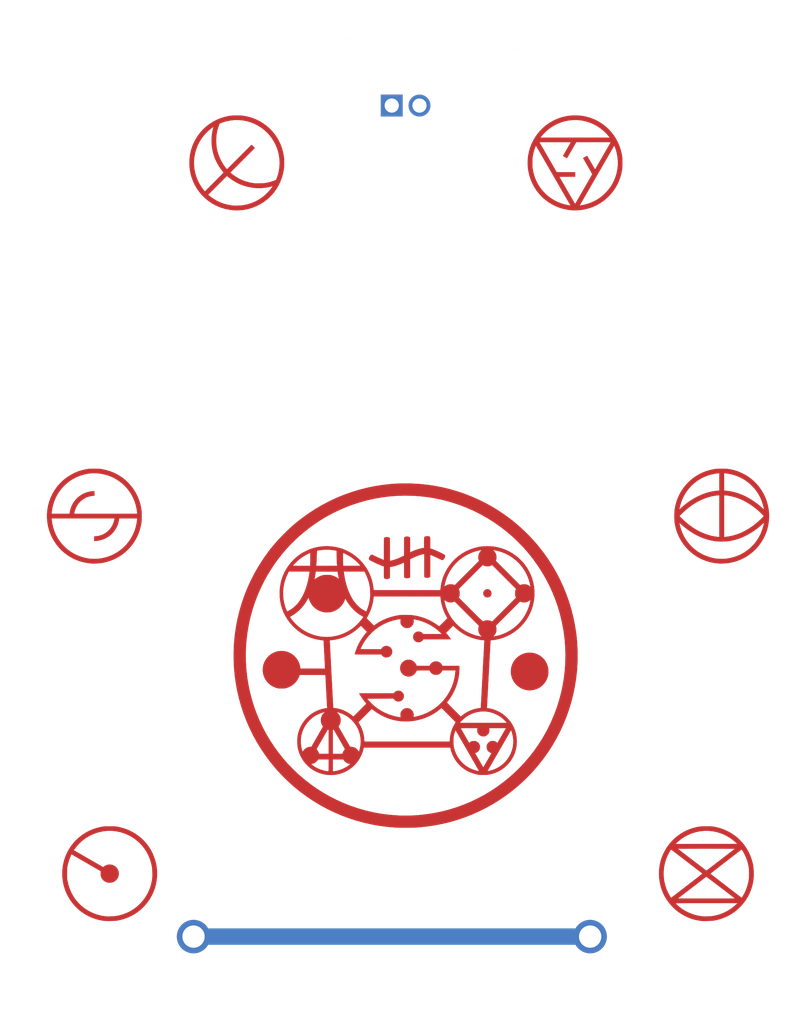
<source format=kicad_pcb>
(kicad_pcb (version 20171130) (host pcbnew "(5.1.7)-1")
  (layers (0 F.Cu signal) (31 B.Cu signal) (34 B.Paste user) (35 F.Paste user) (36 B.SilkS user) (37 F.SilkS user) (38 B.Mask user) (39 F.Mask user) (44 Edge.Cuts user))
  (net 0 "")
  (module Swadge_Parts:guide-bar (layer F.Cu) (at 0 0)
    (fp_text reference Ref** hide)
    (fp_text value Val** hide)
    (fp_poly (pts (xy 3.816143 2.68516) (xy 3.850733 2.704205) (xy 3.8895 2.739764) (xy 3.915665 2.783571) (xy 3.929078 2.832391) (xy 3.929588 2.882994) (xy 3.917041 2.932145) (xy 3.891286 2.976613) (xy 3.864802 3.00365) (xy 3.817397 3.032366) (xy 3.764879 3.046028) (xy 3.71062 3.044031) (xy 3.682026 3.036319) (xy 3.63444 3.012607) (xy 3.598762 2.978578) (xy 3.577895 2.94468) (xy 3.55897 2.890054) (xy 3.556743 2.836784) (xy 3.570998 2.786146) (xy 3.601519 2.73942) (xy 3.615139 2.72506) (xy 3.661121 2.691068) (xy 3.711346 2.672964) (xy 3.763719 2.670933) (xy 3.816143 2.68516)) (layer F.Cu) (width 0.01))
    (fp_poly (pts (xy 1.023091 0.248966) (xy 1.050239 0.253289) (xy 1.070861 0.257567) (xy 1.087369 0.261799) (xy 1.10022 0.267766) (xy 1.109869 0.277253) (xy 1.116774 0.292042) (xy 1.121389 0.313917) (xy 1.124172 0.344661) (xy 1.125579 0.386057) (xy 1.126065 0.439888) (xy 1.126087 0.507937) (xy 1.126066 0.549678) (xy 1.126066 0.808865) (xy 1.179392 0.822852) (xy 1.214132 0.833595) (xy 1.258831 0.849922) (xy 1.311364 0.870837) (xy 1.369603 0.895343) (xy 1.431424 0.922445) (xy 1.494701 0.951147) (xy 1.557307 0.980452) (xy 1.617116 1.009365) (xy 1.672003 1.03689) (xy 1.719842 1.062031) (xy 1.758507 1.083791) (xy 1.785872 1.101175) (xy 1.79981 1.113188) (xy 1.800143 1.113669) (xy 1.808694 1.140868) (xy 1.806422 1.175487) (xy 1.795252 1.213919) (xy 1.777106 1.252557) (xy 1.753908 1.287796) (xy 1.727581 1.316027) (xy 1.700049 1.333645) (xy 1.68066 1.337733) (xy 1.666815 1.334125) (xy 1.640595 1.324086) (xy 1.604753 1.308792) (xy 1.562042 1.289418) (xy 1.515215 1.267141) (xy 1.513738 1.266422) (xy 1.464373 1.242771) (xy 1.411235 1.217999) (xy 1.356709 1.193148) (xy 1.303181 1.169258) (xy 1.253036 1.147371) (xy 1.208659 1.128528) (xy 1.172434 1.113768) (xy 1.146747 1.104134) (xy 1.133983 1.100667) (xy 1.133955 1.100667) (xy 1.132367 1.108949) (xy 1.130844 1.133063) (xy 1.129407 1.171904) (xy 1.128078 1.224371) (xy 1.12688 1.28936) (xy 1.125834 1.365769) (xy 1.124962 1.452495) (xy 1.124285 1.548436) (xy 1.124017 1.60198) (xy 1.121833 2.103294) (xy 1.093889 2.122125) (xy 1.057486 2.138227) (xy 1.011928 2.146231) (xy 0.962904 2.146186) (xy 0.916105 2.138139) (xy 0.877219 2.122141) (xy 0.874183 2.120236) (xy 0.855133 2.107809) (xy 0.855133 1.057566) (xy 0.823383 1.062912) (xy 0.746859 1.079448) (xy 0.659325 1.104788) (xy 0.563578 1.137939) (xy 0.462416 1.177903) (xy 0.358638 1.223686) (xy 0.319695 1.242115) (xy 0.203357 1.298213) (xy 0.201162 1.712878) (xy 0.198966 2.127543) (xy 0.175062 2.145388) (xy 0.161417 2.153857) (xy 0.14524 2.159179) (xy 0.122394 2.162042) (xy 0.088738 2.163135) (xy 0.067733 2.163233) (xy 0.027482 2.162741) (xy 0.000008 2.160805) (xy -0.018826 2.156739) (xy -0.03316 2.149853) (xy -0.039596 2.145389) (xy -0.0635 2.127544) (xy -0.065714 1.786803) (xy -0.066393 1.698521) (xy -0.067207 1.625932) (xy -0.068203 1.567796) (xy -0.069427 1.522875) (xy -0.070927 1.489927) (xy -0.072749 1.467714) (xy -0.07494 1.454995) (xy -0.077548 1.45053) (xy -0.078414 1.450613) (xy -0.089892 1.455729) (xy -0.113367 1.466282) (xy -0.145405 1.480726) (xy -0.182176 1.497337) (xy -0.278935 1.538131) (xy -0.377754 1.574315) (xy -0.474889 1.604746) (xy -0.566597 1.628281) (xy -0.649136 1.643778) (xy -0.670984 1.646623) (xy -0.719667 1.652218) (xy -0.719667 1.897699) (xy -0.719948 1.96626) (xy -0.720749 2.02733) (xy -0.722012 2.079008) (xy -0.723676 2.119393) (xy -0.725681 2.146583) (xy -0.727887 2.158538) (xy -0.74507 2.174874) (xy -0.774795 2.187844) (xy -0.812882 2.19676) (xy -0.855151 2.20093) (xy -0.897423 2.199665) (xy -0.93436 2.192628) (xy -0.958159 2.182143) (xy -0.974577 2.170877) (xy -0.97907 2.165943) (xy -0.982636 2.158946) (xy -0.985383 2.148041) (xy -0.987417 2.13138) (xy -0.988843 2.107119) (xy -0.989768 2.073412) (xy -0.990299 2.028412) (xy -0.990541 1.970275) (xy -0.9906 1.897155) (xy -0.9906 1.628716) (xy -1.070726 1.601612) (xy -1.11061 1.587056) (xy -1.159202 1.56762) (xy -1.214409 1.544293) (xy -1.274142 1.518068) (xy -1.336312 1.489936) (xy -1.398827 1.460888) (xy -1.459598 1.431917) (xy -1.516534 1.404013) (xy -1.567547 1.378168) (xy -1.610544 1.355374) (xy -1.643437 1.336622) (xy -1.664135 1.322903) (xy -1.669921 1.317369) (xy -1.67729 1.292896) (xy -1.675385 1.259382) (xy -1.665589 1.220943) (xy -1.64929 1.181695) (xy -1.627871 1.145752) (xy -1.602719 1.11723) (xy -1.602483 1.117022) (xy -1.574991 1.098667) (xy -1.546682 1.093148) (xy -1.514279 1.10057) (xy -1.474505 1.121041) (xy -1.474282 1.121176) (xy -1.451562 1.133603) (xy -1.416048 1.151334) (xy -1.370546 1.173091) (xy -1.317863 1.197593) (xy -1.260803 1.223561) (xy -1.202175 1.249715) (xy -1.144783 1.274774) (xy -1.091435 1.297459) (xy -1.0541 1.312817) (xy -0.994834 1.336719) (xy -0.9906 0.831815) (xy -0.986367 0.326912) (xy -0.957904 0.31029) (xy -0.921848 0.296479) (xy -0.876742 0.28948) (xy -0.829143 0.289541) (xy -0.785609 0.296907) (xy -0.767966 0.303161) (xy -0.739031 0.319604) (xy -0.724807 0.337447) (xy -0.723471 0.341598) (xy -0.722563 0.353701) (xy -0.721798 0.381188) (xy -0.721184 0.422508) (xy -0.720729 0.476111) (xy -0.720439 0.540447) (xy -0.720321 0.613967) (xy -0.720382 0.69512) (xy -0.720631 0.782358) (xy -0.721038 0.868066) (xy -0.7239 1.373438) (xy -0.68086 1.368377) (xy -0.632984 1.359717) (xy -0.573078 1.344048) (xy -0.504015 1.322405) (xy -0.428664 1.295826) (xy -0.349896 1.265347) (xy -0.270582 1.232006) (xy -0.193593 1.196837) (xy -0.15883 1.179873) (xy -0.067893 1.134472) (xy -0.065697 0.717992) (xy -0.0635 0.301513) (xy -0.035596 0.285217) (xy -0.000822 0.271621) (xy 0.041683 0.264842) (xy 0.08698 0.264621) (xy 0.130133 0.270702) (xy 0.166204 0.282829) (xy 0.186713 0.29678) (xy 0.190836 0.301553) (xy 0.194209 0.307908) (xy 0.196906 0.317463) (xy 0.199003 0.331842) (xy 0.200575 0.352665) (xy 0.201698 0.381552) (xy 0.202445 0.420126) (xy 0.202894 0.470007) (xy 0.203118 0.532817) (xy 0.203194 0.610176) (xy 0.2032 0.652055) (xy 0.2032 0.990844) (xy 0.251883 0.966496) (xy 0.318824 0.935244) (xy 0.393117 0.904382) (xy 0.47139 0.875014) (xy 0.550269 0.848247) (xy 0.626383 0.825186) (xy 0.696359 0.806937) (xy 0.756824 0.794606) (xy 0.789257 0.790304) (xy 0.846666 0.784968) (xy 0.846666 0.549669) (xy 0.846942 0.487218) (xy 0.847722 0.429497) (xy 0.84893 0.378915) (xy 0.850493 0.337881) (xy 0.852338 0.308803) (xy 0.854389 0.294093) (xy 0.854528 0.29369) (xy 0.869676 0.275762) (xy 0.897801 0.261564) (xy 0.935209 0.251856) (xy 0.978203 0.247403) (xy 1.023091 0.248966)) (layer F.Cu) (width 0.01))
    (fp_poly (pts (xy 5.811166 5.584288) (xy 5.923633 5.608959) (xy 6.033079 5.648953) (xy 6.137913 5.70445) (xy 6.138333 5.704711) (xy 6.185989 5.738215) (xy 6.238164 5.781328) (xy 6.290219 5.829703) (xy 6.337515 5.878994) (xy 6.375412 5.924857) (xy 6.379806 5.9309) (xy 6.440593 6.030236) (xy 6.486814 6.13592) (xy 6.518484 6.246162) (xy 6.535614 6.359172) (xy 6.538218 6.47316) (xy 6.526309 6.586335) (xy 6.499899 6.696907) (xy 6.459002 6.803085) (xy 6.403631 6.90308) (xy 6.372456 6.947636) (xy 6.341097 6.985577) (xy 6.301472 7.028026) (xy 6.258 7.070683) (xy 6.215098 7.109246) (xy 6.177183 7.139415) (xy 6.171035 7.143755) (xy 6.080322 7.1971) (xy 5.979346 7.240314) (xy 5.87246 7.271812) (xy 5.771435 7.289216) (xy 5.728575 7.293751) (xy 5.696023 7.296188) (xy 5.667432 7.296542) (xy 5.636458 7.294829) (xy 5.596755 7.291065) (xy 5.58353 7.28968) (xy 5.47153 7.26952) (xy 5.362047 7.233574) (xy 5.257453 7.182988) (xy 5.16012 7.118909) (xy 5.072868 7.042931) (xy 4.994703 6.953369) (xy 4.930965 6.856442) (xy 4.881655 6.753646) (xy 4.846772 6.646479) (xy 4.826316 6.53644) (xy 4.820288 6.425027) (xy 4.828688 6.313737) (xy 4.851515 6.204069) (xy 4.88877 6.09752) (xy 4.940452 5.995588) (xy 5.006562 5.899771) (xy 5.072852 5.825499) (xy 5.161951 5.747954) (xy 5.259158 5.684472) (xy 5.362883 5.63523) (xy 5.471536 5.600411) (xy 5.583528 5.580194) (xy 5.697268 5.57476) (xy 5.811166 5.584288)) (layer F.Cu) (width 0.01))
    (fp_poly (pts (xy -3.371892 0.717306) (xy -3.184685 0.746561) (xy -3.000002 0.792242) (xy -2.895036 0.826054) (xy -2.831486 0.850514) (xy -2.758555 0.882205) (xy -2.680868 0.918836) (xy -2.603049 0.958121) (xy -2.529722 0.997768) (xy -2.465509 1.035489) (xy -2.442634 1.050034) (xy -2.285558 1.162745) (xy -2.140456 1.287313) (xy -2.007651 1.4234) (xy -1.887467 1.570669) (xy -1.780228 1.72878) (xy -1.760087 1.762139) (xy -1.677492 1.915015) (xy -1.608738 2.071724) (xy -1.553168 2.234316) (xy -1.51012 2.404843) (xy -1.478938 2.585356) (xy -1.468738 2.669117) (xy -1.463515 2.7178) (xy 1.590966 2.7178) (xy 1.594855 2.690283) (xy 1.597401 2.671374) (xy 1.598707 2.661357) (xy 2.431293 2.661357) (xy 2.4472 2.701714) (xy 2.468288 2.774331) (xy 2.476776 2.850294) (xy 2.472654 2.925198) (xy 2.455911 2.994633) (xy 2.447961 3.014805) (xy 2.431591 3.052233) (xy 2.978978 3.600518) (xy 3.082491 3.704055) (xy 3.17451 3.795784) (xy 3.255362 3.876021) (xy 3.325375 3.945084) (xy 3.384874 4.003288) (xy 3.434188 4.050951) (xy 3.473643 4.088389) (xy 3.503565 4.11592) (xy 3.524282 4.13386) (xy 3.53612 4.142525) (xy 3.539066 4.143419) (xy 3.554066 4.137294) (xy 3.578018 4.127735) (xy 3.592272 4.122108) (xy 3.665527 4.101719) (xy 3.74368 4.09492) (xy 3.821999 4.101607) (xy 3.895749 4.121678) (xy 3.913704 4.129126) (xy 3.963714 4.151569) (xy 5.056633 3.05865) (xy 5.037016 3.008875) (xy 5.027926 2.982927) (xy 5.022052 2.957228) (xy 5.018732 2.926881) (xy 5.017301 2.886989) (xy 5.017086 2.861733) (xy 5.01752 2.815085) (xy 5.019609 2.780231) (xy 5.024018 2.752061) (xy 5.031408 2.725464) (xy 5.036718 2.710373) (xy 5.056662 2.656379) (xy 3.964964 1.564681) (xy 3.930082 1.582476) (xy 3.860055 1.609195) (xy 3.783932 1.622415) (xy 3.705834 1.622136) (xy 3.629886 1.608357) (xy 3.562936 1.582486) (xy 3.528056 1.564692) (xy 2.979675 2.113025) (xy 2.431293 2.661357) (xy 1.598707 2.661357) (xy 1.601497 2.639961) (xy 1.606586 2.600341) (xy 1.612114 2.556812) (xy 1.612365 2.554825) (xy 1.612856 2.551979) (xy 1.769533 2.551979) (xy 1.775966 2.549275) (xy 1.793048 2.539029) (xy 1.817455 2.523263) (xy 1.824854 2.518333) (xy 1.861095 2.49689) (xy 1.901707 2.47713) (xy 1.935813 2.464051) (xy 2.001179 2.450389) (xy 2.072505 2.446492) (xy 2.142859 2.452332) (xy 2.197612 2.465218) (xy 2.253514 2.483569) (xy 3.361811 1.375272) (xy 3.348578 1.337767) (xy 3.331474 1.264715) (xy 3.329313 1.1882) (xy 3.341421 1.1113) (xy 3.367122 1.037094) (xy 3.405742 0.96866) (xy 3.438539 0.927537) (xy 3.460454 0.902211) (xy 3.470412 0.887014) (xy 3.469098 0.880813) (xy 3.466896 0.880533) (xy 3.443817 0.882796) (xy 3.407946 0.88904) (xy 3.362728 0.898452) (xy 3.31161 0.910218) (xy 3.258041 0.923523) (xy 3.205466 0.937554) (xy 3.157332 0.951495) (xy 3.130287 0.960048) (xy 2.957574 1.025757) (xy 2.793564 1.10554) (xy 2.638919 1.198662) (xy 2.494299 1.304387) (xy 2.360365 1.421981) (xy 2.237779 1.550707) (xy 2.127201 1.68983) (xy 2.029291 1.838615) (xy 1.944712 1.996326) (xy 1.874123 2.162229) (xy 1.818185 2.335586) (xy 1.790106 2.451398) (xy 1.78205 2.489708) (xy 1.775474 2.521509) (xy 1.771071 2.54341) (xy 1.769533 2.551979) (xy 1.612856 2.551979) (xy 1.641346 2.38707) (xy 1.685992 2.220213) (xy 1.746679 2.053035) (xy 1.811417 1.909233) (xy 1.903011 1.740894) (xy 2.00769 1.58299) (xy 2.124911 1.436067) (xy 2.254127 1.300673) (xy 2.394793 1.177355) (xy 2.546364 1.066662) (xy 2.708294 0.969139) (xy 2.789766 0.927057) (xy 2.909003 0.874485) (xy 3.995342 0.874485) (xy 4.024795 0.898762) (xy 4.056543 0.931334) (xy 4.088225 0.974864) (xy 4.116295 1.02374) (xy 4.137204 1.072348) (xy 4.140121 1.081239) (xy 4.151552 1.134273) (xy 4.156774 1.194886) (xy 4.155688 1.256207) (xy 4.148193 1.311364) (xy 4.143697 1.329103) (xy 4.130261 1.374346) (xy 4.684213 1.928297) (xy 5.238164 2.482248) (xy 5.29544 2.464557) (xy 5.351097 2.45249) (xy 5.413887 2.447124) (xy 5.476914 2.448574) (xy 5.533283 2.456956) (xy 5.546246 2.460358) (xy 5.591472 2.476994) (xy 5.636211 2.49924) (xy 5.674737 2.523943) (xy 5.697613 2.543751) (xy 5.711771 2.558133) (xy 5.720035 2.565239) (xy 5.720497 2.5654) (xy 5.720943 2.558109) (xy 5.718645 2.540313) (xy 5.718229 2.537883) (xy 5.678119 2.356248) (xy 5.622565 2.180438) (xy 5.552052 2.011393) (xy 5.467062 1.85005) (xy 5.36808 1.69735) (xy 5.25559 1.554231) (xy 5.156465 1.447534) (xy 5.021672 1.324536) (xy 4.876717 1.214579) (xy 4.722791 1.118268) (xy 4.56108 1.036207) (xy 4.392774 0.969) (xy 4.219062 0.917252) (xy 4.044488 0.882083) (xy 3.995342 0.874485) (xy 2.909003 0.874485) (xy 2.963247 0.850569) (xy 3.139301 0.79019) (xy 3.320555 0.745106) (xy 3.450166 0.72247) (xy 3.507467 0.716063) (xy 3.577062 0.711416) (xy 3.654937 0.708527) (xy 3.737083 0.707399) (xy 3.819487 0.708033) (xy 3.898137 0.710428) (xy 3.969022 0.714586) (xy 4.028129 0.720507) (xy 4.041183 0.722352) (xy 4.233501 0.759271) (xy 4.416405 0.810034) (xy 4.59073 0.875004) (xy 4.757309 0.954543) (xy 4.916976 1.049016) (xy 5.070565 1.158784) (xy 5.103211 1.184689) (xy 5.154852 1.228802) (xy 5.212536 1.282079) (xy 5.272513 1.340741) (xy 5.331034 1.401006) (xy 5.384348 1.459096) (xy 5.428705 1.511228) (xy 5.435277 1.519469) (xy 5.547119 1.674837) (xy 5.643994 1.837639) (xy 5.725684 2.006989) (xy 5.791972 2.182002) (xy 5.84264 2.361793) (xy 5.877469 2.545477) (xy 5.896242 2.732169) (xy 5.898742 2.920982) (xy 5.884749 3.111033) (xy 5.862778 3.256695) (xy 5.820603 3.43927) (xy 5.762946 3.616022) (xy 5.690506 3.786125) (xy 5.603982 3.948748) (xy 5.504072 4.103063) (xy 5.391476 4.248241) (xy 5.266891 4.383453) (xy 5.131017 4.50787) (xy 4.984553 4.620663) (xy 4.828197 4.721003) (xy 4.662647 4.808061) (xy 4.4958 4.878342) (xy 4.395149 4.912386) (xy 4.287014 4.942821) (xy 4.17674 4.968422) (xy 4.069673 4.987962) (xy 3.97116 5.000218) (xy 3.959993 5.001154) (xy 3.928332 5.00442) (xy 3.903799 5.008391) (xy 3.890795 5.012317) (xy 3.889915 5.013105) (xy 3.889119 5.021972) (xy 3.887492 5.046721) (xy 3.885087 5.086323) (xy 3.88196 5.139749) (xy 3.878166 5.205972) (xy 3.87376 5.283961) (xy 3.868799 5.37269) (xy 3.863336 5.471129) (xy 3.857427 5.57825) (xy 3.851128 5.693025) (xy 3.844493 5.814424) (xy 3.837579 5.941419) (xy 3.830439 6.072983) (xy 3.823129 6.208085) (xy 3.815705 6.345699) (xy 3.808221 6.484794) (xy 3.800733 6.624343) (xy 3.793297 6.763318) (xy 3.785967 6.900689) (xy 3.778798 7.035428) (xy 3.771846 7.166507) (xy 3.765166 7.292897) (xy 3.758813 7.413569) (xy 3.752843 7.527496) (xy 3.74731 7.633648) (xy 3.74227 7.730997) (xy 3.737778 7.818514) (xy 3.73389 7.895172) (xy 3.73066 7.959941) (xy 3.728144 8.011793) (xy 3.726397 8.049699) (xy 3.725474 8.072631) (xy 3.725338 8.078485) (xy 3.725333 8.109404) (xy 3.77825 8.115499) (xy 3.886771 8.134111) (xy 4.001421 8.16494) (xy 4.118407 8.206481) (xy 4.233934 8.25723) (xy 4.34421 8.315681) (xy 4.445 8.380019) (xy 4.493193 8.417072) (xy 4.548105 8.464464) (xy 4.606426 8.518887) (xy 4.664847 8.577037) (xy 4.720059 8.635607) (xy 4.768752 8.69129) (xy 4.807616 8.740781) (xy 4.811405 8.746066) (xy 4.851541 8.807518) (xy 4.893089 8.879564) (xy 4.933478 8.957098) (xy 4.970131 9.035015) (xy 5.000475 9.108208) (xy 5.015852 9.151619) (xy 5.057087 9.306047) (xy 5.082337 9.463656) (xy 5.091604 9.622743) (xy 5.084885 9.781609) (xy 5.062179 9.938553) (xy 5.023487 10.091873) (xy 5.016315 10.114418) (xy 4.959643 10.261118) (xy 4.888511 10.400187) (xy 4.803933 10.530679) (xy 4.706921 10.651651) (xy 4.59849 10.762155) (xy 4.479652 10.861246) (xy 4.35142 10.947979) (xy 4.214809 11.021409) (xy 4.07083 11.080588) (xy 3.938549 11.120201) (xy 3.879639 11.134356) (xy 3.82891 11.145071) (xy 3.782227 11.152793) (xy 3.735457 11.157975) (xy 3.684467 11.161064) (xy 3.625123 11.162511) (xy 3.553291 11.162766) (xy 3.547533 11.16275) (xy 3.48419 11.162367) (xy 3.434108 11.161454) (xy 3.393619 11.159718) (xy 3.359052 11.156866) (xy 3.326738 11.152605) (xy 3.293005 11.146644) (xy 3.259239 11.13976) (xy 3.100031 11.09789) (xy 2.948747 11.041517) (xy 2.856448 10.996062) (xy 3.742815 10.996062) (xy 3.806365 10.984062) (xy 3.846336 10.975587) (xy 3.893164 10.964296) (xy 3.937547 10.952448) (xy 3.942856 10.950925) (xy 4.084242 10.901329) (xy 4.217958 10.83717) (xy 4.343111 10.759405) (xy 4.458809 10.668989) (xy 4.564161 10.566878) (xy 4.658273 10.454027) (xy 4.740255 10.331392) (xy 4.809214 10.199928) (xy 4.864258 10.060591) (xy 4.902595 9.922933) (xy 4.909811 9.885258) (xy 4.917257 9.837109) (xy 4.924016 9.784908) (xy 4.928837 9.738861) (xy 4.933155 9.604939) (xy 4.922885 9.467219) (xy 4.898508 9.329624) (xy 4.863146 9.203857) (xy 4.849504 9.163628) (xy 4.839265 9.139015) (xy 4.829998 9.129773) (xy 4.819273 9.135657) (xy 4.80466 9.15642) (xy 4.783727 9.191819) (xy 4.781512 9.195607) (xy 4.769023 9.217051) (xy 4.749273 9.251084) (xy 4.7229 9.296603) (xy 4.69054 9.352507) (xy 4.652829 9.417692) (xy 4.610404 9.491056) (xy 4.563903 9.571497) (xy 4.51396 9.657913) (xy 4.461213 9.7492) (xy 4.406299 9.844256) (xy 4.349854 9.941979) (xy 4.292514 10.041267) (xy 4.234916 10.141016) (xy 4.177697 10.240124) (xy 4.121494 10.33749) (xy 4.066942 10.432009) (xy 4.014679 10.522581) (xy 3.96534 10.608102) (xy 3.919563 10.687469) (xy 3.877984 10.759581) (xy 3.84124 10.823335) (xy 3.809967 10.877629) (xy 3.784802 10.921359) (xy 3.766381 10.953423) (xy 3.755342 10.97272) (xy 3.752325 10.978081) (xy 3.742815 10.996062) (xy 2.856448 10.996062) (xy 2.806112 10.971273) (xy 2.672846 10.887791) (xy 2.549674 10.791704) (xy 2.437318 10.683642) (xy 2.3365 10.56424) (xy 2.247943 10.434129) (xy 2.172371 10.293942) (xy 2.110505 10.14431) (xy 2.105622 10.130366) (xy 2.091113 10.085877) (xy 2.077007 10.038455) (xy 2.065538 9.995771) (xy 2.061819 9.980083) (xy 2.047233 9.914466) (xy -1.918546 9.914466) (xy -1.929255 9.967383) (xy -1.93634 9.996982) (xy -1.947415 10.037027) (xy -1.960886 10.081974) (xy -1.973396 10.120991) (xy -2.031919 10.270962) (xy -2.104761 10.412259) (xy -2.191289 10.54415) (xy -2.290866 10.665904) (xy -2.402858 10.776789) (xy -2.526631 10.876076) (xy -2.661548 10.963031) (xy -2.742104 11.006253) (xy -2.841646 11.052296) (xy -2.939777 11.089471) (xy -3.042275 11.119687) (xy -3.154921 11.144852) (xy -3.170767 11.147882) (xy -3.215099 11.154074) (xy -3.272058 11.158851) (xy -3.337392 11.162146) (xy -3.406849 11.163888) (xy -3.476178 11.16401) (xy -3.541125 11.162443) (xy -3.597439 11.159119) (xy -3.632201 11.155325) (xy -3.792707 11.124108) (xy -3.946154 11.077887) (xy -4.091811 11.017367) (xy -4.113085 11.005869) (xy -3.335867 11.005869) (xy -3.291417 11.001176) (xy -3.263174 10.997413) (xy -3.22473 10.991261) (xy -3.182465 10.983769) (xy -3.162301 10.979929) (xy -3.022385 10.944148) (xy -2.883001 10.891702) (xy -2.794712 10.849664) (xy -2.754126 10.827513) (xy -2.710596 10.801686) (xy -2.666731 10.773969) (xy -2.625144 10.746149) (xy -2.588446 10.720012) (xy -2.559249 10.697346) (xy -2.540164 10.679935) (xy -2.534034 10.671331) (xy -2.539798 10.664746) (xy -2.559566 10.659064) (xy -2.574709 10.656778) (xy -2.631447 10.642931) (xy -2.689808 10.616245) (xy -2.745283 10.579664) (xy -2.793365 10.536133) (xy -2.827867 10.491389) (xy -2.849034 10.456789) (xy -3.092451 10.456561) (xy -3.335867 10.456333) (xy -3.335867 11.005869) (xy -4.113085 11.005869) (xy -4.228947 10.943249) (xy -4.356832 10.856236) (xy -4.474736 10.757032) (xy -4.56094 10.668011) (xy -4.322241 10.668011) (xy -4.31797 10.676246) (xy -4.301895 10.691847) (xy -4.276395 10.712931) (xy -4.24385 10.737618) (xy -4.206641 10.764025) (xy -4.169834 10.788541) (xy -4.041823 10.861114) (xy -3.904439 10.920273) (xy -3.759335 10.965455) (xy -3.608164 10.996095) (xy -3.532717 11.005595) (xy -3.529687 11.002391) (xy -3.527254 10.991172) (xy -3.525363 10.97055) (xy -3.523962 10.939134) (xy -3.522996 10.895535) (xy -3.522412 10.838363) (xy -3.522156 10.766226) (xy -3.522134 10.7315) (xy -3.522134 10.456333) (xy -4.00392 10.456333) (xy -4.028811 10.49251) (xy -4.072111 10.544231) (xy -4.124788 10.589269) (xy -4.182856 10.625002) (xy -4.242329 10.648808) (xy -4.277974 10.656403) (xy -4.302395 10.660739) (xy -4.31881 10.665701) (xy -4.322241 10.668011) (xy -4.56094 10.668011) (xy -4.581928 10.646338) (xy -4.677678 10.524858) (xy -4.761255 10.393295) (xy -4.831929 10.252352) (xy -4.888969 10.102731) (xy -4.931644 9.945135) (xy -4.941745 9.895296) (xy -4.948622 9.845551) (xy -4.953539 9.783106) (xy -4.956499 9.712079) (xy -4.957506 9.63659) (xy -4.957455 9.632476) (xy -4.800601 9.632476) (xy -4.795593 9.752971) (xy -4.781044 9.871138) (xy -4.75766 9.982728) (xy -4.726152 10.083489) (xy -4.724842 10.086947) (xy -4.715569 10.111261) (xy -4.683392 10.061477) (xy -4.659971 10.029302) (xy -4.632525 9.997351) (xy -4.6193 9.984295) (xy -4.081377 9.984295) (xy -4.046438 10.029583) (xy -4.02507 10.060942) (xy -4.004575 10.097287) (xy -3.987227 10.133849) (xy -3.975302 10.165863) (xy -3.971068 10.187516) (xy -3.969969 10.191979) (xy -3.965554 10.195447) (xy -3.955941 10.198046) (xy -3.93925 10.199898) (xy -3.913598 10.201128) (xy -3.877106 10.201861) (xy -3.827891 10.20222) (xy -3.764073 10.20233) (xy -3.746501 10.202333) (xy -3.522134 10.202333) (xy -3.522134 9.103641) (xy -3.335867 9.103641) (xy -3.335867 10.202333) (xy -2.889814 10.202333) (xy -2.879054 10.16635) (xy -2.858606 10.112741) (xy -2.831133 10.061291) (xy -2.801586 10.02059) (xy -2.786823 10.000668) (xy -2.77949 9.984443) (xy -2.77951 9.979579) (xy -2.784171 9.970987) (xy -2.796365 9.949356) (xy -2.815195 9.916245) (xy -2.839764 9.873211) (xy -2.869177 9.821814) (xy -2.902537 9.763609) (xy -2.938948 9.700157) (xy -2.977514 9.633014) (xy -3.017337 9.56374) (xy -3.057523 9.493891) (xy -3.097174 9.425026) (xy -3.135395 9.358704) (xy -3.171289 9.296481) (xy -3.203959 9.239916) (xy -3.232509 9.190568) (xy -3.256044 9.149994) (xy -3.273667 9.119752) (xy -3.28448 9.1014) (xy -3.287626 9.096328) (xy -3.296129 9.096544) (xy -3.312584 9.099168) (xy -3.335867 9.103641) (xy -3.522134 9.103641) (xy -3.545417 9.099168) (xy -3.562571 9.096358) (xy -3.569692 9.096064) (xy -3.573976 9.10344) (xy -3.585978 9.124223) (xy -3.604966 9.157142) (xy -3.630209 9.20093) (xy -3.660976 9.254317) (xy -3.696536 9.316035) (xy -3.736158 9.384815) (xy -3.77911 9.459388) (xy -3.82466 9.538485) (xy -3.826031 9.540864) (xy -4.081377 9.984295) (xy -4.6193 9.984295) (xy -4.612793 9.977872) (xy -4.550002 9.93318) (xy -4.479166 9.901236) (xy -4.404318 9.883594) (xy -4.360334 9.880526) (xy -4.313767 9.880252) (xy -4.04763 9.41761) (xy -3.781493 8.954967) (xy -3.800307 8.9246) (xy -3.835702 8.860906) (xy -3.859186 8.801152) (xy -3.872504 8.739273) (xy -3.877406 8.669203) (xy -3.877527 8.656587) (xy -3.870344 8.568655) (xy -3.848125 8.488325) (xy -3.810609 8.415038) (xy -3.757532 8.348236) (xy -3.713516 8.307146) (xy -3.696547 8.291548) (xy -3.693618 8.287018) (xy -3.157875 8.287018) (xy -3.104212 8.341748) (xy -3.04996 8.408595) (xy -3.010016 8.482603) (xy -2.984605 8.561629) (xy -2.973954 8.643528) (xy -2.978286 8.726153) (xy -2.997829 8.807361) (xy -3.032806 8.885007) (xy -3.044997 8.905193) (xy -3.061361 8.932621) (xy -3.068683 8.950972) (xy -3.068371 8.964497) (xy -3.066353 8.969653) (xy -3.060665 8.979998) (xy -3.047239 9.00366) (xy -3.026839 9.039316) (xy -3.000229 9.085639) (xy -2.968172 9.141302) (xy -2.931432 9.204981) (xy -2.890772 9.275349) (xy -2.846956 9.351079) (xy -2.800748 9.430847) (xy -2.800158 9.431866) (xy -2.542509 9.876366) (xy -2.475638 9.882014) (xy -2.435162 9.887377) (xy -2.393566 9.895987) (xy -2.360165 9.905875) (xy -2.299357 9.936184) (xy -2.241734 9.978828) (xy -2.191804 10.02985) (xy -2.154077 10.085292) (xy -2.152631 10.088033) (xy -2.139422 10.113433) (xy -2.119868 10.055495) (xy -2.108744 10.019254) (xy -2.096621 9.974633) (xy -2.085711 9.929876) (xy -2.083324 9.919134) (xy -2.059861 9.775678) (xy -2.052224 9.633434) (xy -2.060455 9.490353) (xy -2.084597 9.344384) (xy -2.096404 9.293865) (xy -2.139672 9.155362) (xy -2.198323 9.021991) (xy -2.271219 8.895172) (xy -2.357219 8.776327) (xy -2.374657 8.756844) (xy -2.165631 8.756844) (xy -2.127687 8.815499) (xy -2.070528 8.914259) (xy -2.019196 9.023478) (xy -1.975129 9.138926) (xy -1.939765 9.256373) (xy -1.914545 9.371589) (xy -1.900906 9.480343) (xy -1.900745 9.482666) (xy -1.897818 9.522938) (xy -1.894595 9.563129) (xy -1.891709 9.595416) (xy -1.891345 9.599083) (xy -1.886849 9.643533) (xy 2.020948 9.643533) (xy 2.021621 9.630833) (xy 2.189005 9.630833) (xy 2.189095 9.694137) (xy 2.189835 9.744086) (xy 2.19148 9.784256) (xy 2.194287 9.818219) (xy 2.198512 9.84955) (xy 2.20441 9.881824) (xy 2.208346 9.900735) (xy 2.248427 10.049264) (xy 2.303051 10.190302) (xy 2.371381 10.323014) (xy 2.452583 10.446566) (xy 2.545823 10.560122) (xy 2.650266 10.662848) (xy 2.765077 10.753911) (xy 2.88942 10.832475) (xy 3.022463 10.897705) (xy 3.163369 10.948769) (xy 3.288257 10.98032) (xy 3.32208 10.986973) (xy 3.348934 10.99177) (xy 3.365035 10.994057) (xy 3.367921 10.994024) (xy 3.364074 10.986576) (xy 3.352258 10.965336) (xy 3.332972 10.931174) (xy 3.306714 10.884961) (xy 3.273984 10.827569) (xy 3.23528 10.759868) (xy 3.191101 10.68273) (xy 3.141947 10.597026) (xy 3.088316 10.503627) (xy 3.030707 10.403403) (xy 2.96962 10.297227) (xy 2.905552 10.185969) (xy 2.839003 10.0705) (xy 2.830288 10.055385) (xy 2.763382 9.939427) (xy 2.698782 9.8276) (xy 2.636992 9.720772) (xy 2.578519 9.619813) (xy 2.52387 9.525593) (xy 2.473551 9.438983) (xy 2.428069 9.360851) (xy 2.387929 9.292069) (xy 2.35364 9.233504) (xy 2.325705 9.186028) (xy 2.304634 9.150511) (xy 2.29093 9.127821) (xy 2.285102 9.118829) (xy 2.284952 9.118712) (xy 2.279463 9.126339) (xy 2.270778 9.147347) (xy 2.259844 9.178696) (xy 2.247605 9.217349) (xy 2.235006 9.260266) (xy 2.222994 9.304408) (xy 2.212513 9.346736) (xy 2.208602 9.364133) (xy 2.201798 9.397871) (xy 2.196762 9.429551) (xy 2.193234 9.462721) (xy 2.190951 9.500932) (xy 2.189654 9.547731) (xy 2.189082 9.606667) (xy 2.189005 9.630833) (xy 2.021621 9.630833) (xy 2.02622 9.54405) (xy 2.04136 9.399475) (xy 2.070898 9.254914) (xy 2.113825 9.11348) (xy 2.147565 9.03101) (xy 2.523066 9.03101) (xy 2.527132 9.038916) (xy 2.538642 9.059684) (xy 2.556564 9.091517) (xy 2.579867 9.132617) (xy 2.607521 9.181187) (xy 2.638492 9.23543) (xy 2.67175 9.293548) (xy 2.706264 9.353743) (xy 2.741002 9.414219) (xy 2.774933 9.473177) (xy 2.807024 9.528821) (xy 2.836246 9.579352) (xy 2.861566 9.622974) (xy 2.881952 9.657889) (xy 2.896375 9.6823) (xy 2.90334 9.693705) (xy 2.910398 9.698965) (xy 2.921653 9.69483) (xy 2.94061 9.67989) (xy 2.943156 9.677667) (xy 2.983421 9.647118) (xy 3.024253 9.627508) (xy 3.070775 9.617079) (xy 3.128109 9.614072) (xy 3.128433 9.614073) (xy 3.166561 9.614686) (xy 3.19381 9.617223) (xy 3.216224 9.623037) (xy 3.239849 9.633481) (xy 3.258259 9.643147) (xy 3.315471 9.682641) (xy 3.358761 9.731661) (xy 3.387749 9.789566) (xy 3.402054 9.855713) (xy 3.4036 9.888093) (xy 3.396022 9.958031) (xy 3.373863 10.020157) (xy 3.337981 10.073259) (xy 3.289236 10.116119) (xy 3.228487 10.147524) (xy 3.217178 10.151586) (xy 3.175534 10.165683) (xy 3.353706 10.473992) (xy 3.400357 10.554695) (xy 3.439267 10.621931) (xy 3.471154 10.676901) (xy 3.496735 10.720807) (xy 3.516728 10.754851) (xy 3.531852 10.780233) (xy 3.542823 10.798156) (xy 3.550361 10.809821) (xy 3.555182 10.81643) (xy 3.558004 10.819184) (xy 3.559546 10.819285) (xy 3.559833 10.819018) (xy 3.564449 10.811323) (xy 3.57666 10.790455) (xy 3.595601 10.757906) (xy 3.620403 10.715169) (xy 3.650202 10.66374) (xy 3.684132 10.60511) (xy 3.721325 10.540774) (xy 3.749656 10.491726) (xy 3.788603 10.424198) (xy 3.824811 10.361267) (xy 3.857424 10.304428) (xy 3.885588 10.255178) (xy 3.908449 10.215014) (xy 3.925152 10.185431) (xy 3.934844 10.167928) (xy 3.937 10.163643) (xy 3.930134 10.160352) (xy 3.925001 10.16) (xy 3.901383 10.15481) (xy 3.870245 10.141064) (xy 3.836686 10.121496) (xy 3.805807 10.09884) (xy 3.797742 10.09177) (xy 3.771863 10.063178) (xy 3.747438 10.028543) (xy 3.736436 10.008809) (xy 3.71985 9.959712) (xy 3.712255 9.903472) (xy 3.71379 9.846349) (xy 3.724598 9.794606) (xy 3.731231 9.777512) (xy 3.762103 9.726901) (xy 3.804792 9.680911) (xy 3.854192 9.644771) (xy 3.868068 9.637356) (xy 3.895611 9.625136) (xy 3.920721 9.618006) (xy 3.949928 9.614687) (xy 3.9878 9.6139) (xy 4.027691 9.614837) (xy 4.057241 9.618471) (xy 4.082978 9.626034) (xy 4.106333 9.636281) (xy 4.136398 9.652703) (xy 4.163842 9.670962) (xy 4.176884 9.681723) (xy 4.193492 9.694603) (xy 4.205538 9.698479) (xy 4.207519 9.697442) (xy 4.213054 9.688741) (xy 4.226106 9.666933) (xy 4.245756 9.633592) (xy 4.271083 9.590294) (xy 4.301167 9.538611) (xy 4.335089 9.48012) (xy 4.37193 9.416395) (xy 4.389866 9.3853) (xy 4.428255 9.318733) (xy 4.46455 9.255855) (xy 4.497761 9.198379) (xy 4.526896 9.148017) (xy 4.550964 9.106483) (xy 4.568973 9.075489) (xy 4.579933 9.056748) (xy 4.582171 9.052983) (xy 4.598781 9.025466) (xy 3.819831 9.025466) (xy 3.828594 9.057202) (xy 3.834794 9.100797) (xy 3.833204 9.151646) (xy 3.824617 9.202407) (xy 3.809824 9.245736) (xy 3.807801 9.249833) (xy 3.774886 9.299134) (xy 3.731433 9.342989) (xy 3.682712 9.376317) (xy 3.6703 9.382421) (xy 3.618476 9.397976) (xy 3.5599 9.40289) (xy 3.500938 9.39723) (xy 3.447952 9.381067) (xy 3.445546 9.379972) (xy 3.390476 9.348374) (xy 3.348091 9.30929) (xy 3.314575 9.259038) (xy 3.309024 9.248187) (xy 3.293282 9.212819) (xy 3.284874 9.182483) (xy 3.281647 9.148187) (xy 3.281334 9.132495) (xy 3.281989 9.098517) (xy 3.284189 9.068238) (xy 3.287344 9.04875) (xy 3.293855 9.025466) (xy 2.908461 9.025466) (xy 2.829503 9.025584) (xy 2.755988 9.025921) (xy 2.689596 9.026454) (xy 2.632007 9.027157) (xy 2.584902 9.028008) (xy 2.54996 9.028981) (xy 2.528862 9.030052) (xy 2.523066 9.03101) (xy 2.147565 9.03101) (xy 2.169135 8.978288) (xy 2.235822 8.852453) (xy 2.264613 8.806711) (xy 2.276299 8.7884) (xy 2.480137 8.7884) (xy 4.641156 8.7884) (xy 4.615884 8.75665) (xy 4.587541 8.724057) (xy 4.549669 8.684733) (xy 4.506113 8.642328) (xy 4.460719 8.600494) (xy 4.417334 8.562883) (xy 4.382747 8.535334) (xy 4.25488 8.449925) (xy 4.119622 8.379705) (xy 3.976797 8.3246) (xy 3.82623 8.284534) (xy 3.780366 8.275587) (xy 3.697788 8.264901) (xy 3.605192 8.259939) (xy 3.508463 8.260608) (xy 3.413486 8.266813) (xy 3.326147 8.278463) (xy 3.301505 8.283173) (xy 3.150085 8.322315) (xy 3.008585 8.374999) (xy 2.876229 8.441636) (xy 2.752243 8.522641) (xy 2.635848 8.618427) (xy 2.589736 8.662471) (xy 2.557217 8.695395) (xy 2.528548 8.725438) (xy 2.50614 8.749995) (xy 2.492405 8.766463) (xy 2.489759 8.770421) (xy 2.480137 8.7884) (xy 2.276299 8.7884) (xy 2.280057 8.782512) (xy 2.290843 8.764044) (xy 2.294466 8.75587) (xy 2.288649 8.74899) (xy 2.271925 8.73127) (xy 2.245384 8.703823) (xy 2.21012 8.667756) (xy 2.167222 8.62418) (xy 2.117782 8.574205) (xy 2.062892 8.518941) (xy 2.003642 8.459498) (xy 1.969505 8.425339) (xy 1.644545 8.10046) (xy 1.590622 8.146201) (xy 1.435812 8.266495) (xy 1.270729 8.373734) (xy 1.096441 8.467441) (xy 0.914012 8.547138) (xy 0.72451 8.612348) (xy 0.529001 8.662591) (xy 0.375268 8.690745) (xy 0.174658 8.712768) (xy -0.025094 8.718055) (xy -0.223222 8.706803) (xy -0.418957 8.679209) (xy -0.611532 8.635471) (xy -0.80018 8.575784) (xy -0.984133 8.500347) (xy -1.162624 8.409356) (xy -1.334885 8.303009) (xy -1.446979 8.22285) (xy -1.55199 8.143375) (xy -1.85881 8.45011) (xy -2.165631 8.756844) (xy -2.374657 8.756844) (xy -2.455187 8.666876) (xy -2.563982 8.568239) (xy -2.682466 8.481839) (xy -2.802882 8.412427) (xy -2.860322 8.385194) (xy -2.923309 8.35853) (xy -2.987384 8.334084) (xy -3.04809 8.313503) (xy -3.10097 8.298435) (xy -3.126221 8.292885) (xy -3.157875 8.287018) (xy -3.693618 8.287018) (xy -3.691247 8.283353) (xy -3.695701 8.283001) (xy -3.712686 8.287661) (xy -3.739705 8.294743) (xy -3.765483 8.301335) (xy -3.877109 8.335594) (xy -3.991368 8.381787) (xy -4.10238 8.437205) (xy -4.204268 8.499145) (xy -4.22252 8.511716) (xy -4.255212 8.536638) (xy -4.295365 8.570165) (xy -4.338773 8.608625) (xy -4.381232 8.648349) (xy -4.398875 8.665626) (xy -4.501714 8.779109) (xy -4.589264 8.899699) (xy -4.661866 9.027998) (xy -4.719863 9.164606) (xy -4.761265 9.300709) (xy -4.778805 9.377921) (xy -4.790654 9.449682) (xy -4.797601 9.52264) (xy -4.800434 9.603443) (xy -4.800601 9.632476) (xy -4.957455 9.632476) (xy -4.956561 9.560758) (xy -4.953669 9.488702) (xy -4.948833 9.42454) (xy -4.942055 9.372392) (xy -4.941339 9.368366) (xy -4.904441 9.211964) (xy -4.852683 9.062247) (xy -4.786871 8.920081) (xy -4.707813 8.786332) (xy -4.616318 8.661865) (xy -4.513191 8.547544) (xy -4.399242 8.444235) (xy -4.275277 8.352804) (xy -4.142103 8.274115) (xy -4.00053 8.209034) (xy -3.851363 8.158425) (xy -3.799237 8.144712) (xy -3.753579 8.134208) (xy -3.707981 8.124823) (xy -3.66814 8.117671) (xy -3.642741 8.114145) (xy -3.588782 8.108617) (xy -3.593578 8.056925) (xy -3.59475 8.040454) (xy -3.596686 8.008463) (xy -3.599311 7.962342) (xy -3.602551 7.903484) (xy -3.606333 7.83328) (xy -3.610582 7.753122) (xy -3.615224 7.664402) (xy -3.620185 7.568512) (xy -3.625391 7.466843) (xy -3.630767 7.360787) (xy -3.632636 7.323666) (xy -3.638025 7.217142) (xy -3.643257 7.11505) (xy -3.648259 7.018722) (xy -3.652959 6.929487) (xy -3.657285 6.848674) (xy -3.661165 6.777614) (xy -3.664527 6.717637) (xy -3.667298 6.670072) (xy -3.669407 6.636249) (xy -3.670782 6.617498) (xy -3.671099 6.614583) (xy -3.675301 6.587066) (xy -4.85004 6.587066) (xy -4.864604 6.631516) (xy -4.906776 6.733946) (xy -4.963739 6.831415) (xy -5.033584 6.921778) (xy -5.114406 7.002887) (xy -5.204295 7.072598) (xy -5.301346 7.128764) (xy -5.310304 7.133051) (xy -5.34877 7.149636) (xy -5.39484 7.167303) (xy -5.439765 7.182733) (xy -5.448301 7.185399) (xy -5.476523 7.193709) (xy -5.500975 7.199763) (xy -5.525189 7.203912) (xy -5.552699 7.206505) (xy -5.587039 7.207893) (xy -5.63174 7.208425) (xy -5.681134 7.208466) (xy -5.737773 7.20823) (xy -5.781002 7.207457) (xy -5.814346 7.205797) (xy -5.841326 7.2029) (xy -5.865466 7.198414) (xy -5.890289 7.191989) (xy -5.912139 7.185484) (xy -6.019202 7.146889) (xy -6.113877 7.099866) (xy -6.199407 7.042508) (xy -6.279029 6.972909) (xy -6.28717 6.964822) (xy -6.367841 6.872763) (xy -6.432858 6.774297) (xy -6.482363 6.669123) (xy -6.5165 6.556937) (xy -6.535409 6.437436) (xy -6.53566 6.434666) (xy -6.538311 6.314749) (xy -6.525216 6.198815) (xy -6.497316 6.087954) (xy -6.455549 5.983255) (xy -6.400854 5.885807) (xy -6.334171 5.796699) (xy -6.256438 5.717021) (xy -6.168594 5.647862) (xy -6.07158 5.590311) (xy -5.966333 5.545458) (xy -5.853793 5.514391) (xy -5.734899 5.4982) (xy -5.72788 5.497744) (xy -5.610508 5.498812) (xy -5.495822 5.515909) (xy -5.385303 5.548172) (xy -5.280435 5.594739) (xy -5.182699 5.654748) (xy -5.093579 5.727338) (xy -5.014558 5.811645) (xy -4.947117 5.906808) (xy -4.910789 5.972864) (xy -4.867567 6.074363) (xy -4.839487 6.173586) (xy -4.82825 6.244166) (xy -4.821767 6.303433) (xy -4.254435 6.305609) (xy -3.687104 6.307784) (xy -3.720365 5.662142) (xy -3.725683 5.559244) (xy -3.730776 5.46135) (xy -3.735575 5.369763) (xy -3.740008 5.285783) (xy -3.744007 5.210711) (xy -3.747502 5.14585) (xy -3.750423 5.092501) (xy -3.7527 5.051965) (xy -3.754264 5.025543) (xy -3.755044 5.014537) (xy -3.755089 5.014297) (xy -3.76355 5.012539) (xy -3.785606 5.009324) (xy -3.794633 5.008145) (xy -3.475567 5.008145) (xy -3.47414 5.041956) (xy -3.473554 5.053864) (xy -3.472131 5.081812) (xy -3.469916 5.124926) (xy -3.466954 5.182335) (xy -3.46329 5.253167) (xy -3.45897 5.336552) (xy -3.454039 5.431616) (xy -3.448542 5.537489) (xy -3.442525 5.653298) (xy -3.436033 5.778172) (xy -3.42911 5.911239) (xy -3.421803 6.051627) (xy -3.414156 6.198465) (xy -3.406216 6.350881) (xy -3.398026 6.508004) (xy -3.393834 6.58841) (xy -3.314955 8.101053) (xy -3.259795 8.106751) (xy -3.112311 8.130217) (xy -2.965443 8.169618) (xy -2.821394 8.224029) (xy -2.682366 8.292526) (xy -2.550562 8.374184) (xy -2.4585 8.442924) (xy -2.3897 8.498489) (xy -1.7956 7.903633) (xy -1.838296 7.852833) (xy -1.889165 7.790224) (xy -1.940211 7.723583) (xy -1.989216 7.656072) (xy -2.033962 7.590851) (xy -2.072231 7.531081) (xy -2.101804 7.479924) (xy -2.107139 7.469716) (xy -2.125478 7.433733) (xy -1.331556 7.433709) (xy -0.537634 7.433684) (xy -0.5207 7.407923) (xy -0.496398 7.380939) (xy -0.461694 7.354623) (xy -0.422758 7.333136) (xy -0.394201 7.322615) (xy -0.354293 7.316796) (xy -0.307638 7.317395) (xy -0.261407 7.323774) (xy -0.222767 7.335292) (xy -0.2159 7.338502) (xy -0.17106 7.369106) (xy -0.130625 7.410671) (xy -0.100333 7.457275) (xy -0.099836 7.458288) (xy -0.083463 7.509425) (xy -0.079344 7.566668) (xy -0.087321 7.624602) (xy -0.106096 7.675608) (xy -0.136956 7.721316) (xy -0.177599 7.760275) (xy -0.22333 7.7884) (xy -0.245209 7.796702) (xy -0.288427 7.804397) (xy -0.338814 7.805524) (xy -0.388009 7.800266) (xy -0.417086 7.792943) (xy -0.449071 7.776888) (xy -0.484374 7.751235) (xy -0.517274 7.720705) (xy -0.542047 7.690019) (xy -0.542268 7.689675) (xy -0.554567 7.670449) (xy -1.764485 7.675033) (xy -1.687056 7.764719) (xy -1.556368 7.903247) (xy -1.413782 8.030288) (xy -1.260494 8.145089) (xy -1.097702 8.246894) (xy -0.926603 8.334951) (xy -0.748396 8.408507) (xy -0.576919 8.463352) (xy -0.537852 8.473432) (xy -0.490199 8.484629) (xy -0.437605 8.496203) (xy -0.383712 8.507415) (xy -0.332166 8.517525) (xy -0.286609 8.525793) (xy -0.250687 8.53148) (xy -0.230044 8.533756) (xy -0.223152 8.530045) (xy -0.223828 8.515425) (xy -0.225811 8.506883) (xy -0.229096 8.485433) (xy -0.231518 8.453192) (xy -0.232652 8.416298) (xy -0.232686 8.4074) (xy -0.231599 8.36693) (xy -0.227691 8.336585) (xy -0.219695 8.309626) (xy -0.210078 8.287203) (xy -0.174589 8.230117) (xy -0.12613 8.180849) (xy -0.068067 8.142762) (xy -0.062974 8.140234) (xy -0.035469 8.127992) (xy -0.011073 8.120634) (xy 0.016416 8.11696) (xy 0.053198 8.115767) (xy 0.0635 8.115717) (xy 0.104042 8.116435) (xy 0.133871 8.119516) (xy 0.159161 8.126064) (xy 0.186084 8.137185) (xy 0.187749 8.137958) (xy 0.247709 8.174373) (xy 0.297104 8.221618) (xy 0.334637 8.277302) (xy 0.359009 8.339032) (xy 0.368925 8.404419) (xy 0.364518 8.463867) (xy 0.360367 8.490437) (xy 0.358805 8.509526) (xy 0.359669 8.515891) (xy 0.36907 8.515926) (xy 0.391587 8.512993) (xy 0.423765 8.507612) (xy 0.45913 8.500909) (xy 0.646531 8.45522) (xy 0.8274 8.394494) (xy 1.00104 8.319473) (xy 1.166749 8.230895) (xy 1.32383 8.1295) (xy 1.471583 8.016029) (xy 1.609309 7.891221) (xy 1.736308 7.755816) (xy 1.851882 7.610553) (xy 1.955332 7.456172) (xy 2.045958 7.293414) (xy 2.123061 7.123017) (xy 2.185942 6.945722) (xy 2.233902 6.762268) (xy 2.263894 6.5913) (xy 2.269766 6.545935) (xy 2.275302 6.499741) (xy 2.279709 6.459486) (xy 2.281482 6.441016) (xy 2.286471 6.383866) (xy 1.685151 6.383866) (xy 1.664687 6.424251) (xy 1.638827 6.463309) (xy 1.602399 6.50294) (xy 1.560785 6.538025) (xy 1.519364 6.563446) (xy 1.517372 6.564382) (xy 1.495089 6.573244) (xy 1.471535 6.578809) (xy 1.441916 6.581764) (xy 1.401438 6.582795) (xy 1.388533 6.582833) (xy 1.347068 6.58243) (xy 1.317675 6.580648) (xy 1.295502 6.576632) (xy 1.275695 6.569526) (xy 1.254879 6.559253) (xy 1.193705 6.519351) (xy 1.146698 6.471217) (xy 1.120707 6.430363) (xy 1.096433 6.383907) (xy 0.797983 6.383887) (xy 0.715518 6.384006) (xy 0.648643 6.384408) (xy 0.596019 6.38514) (xy 0.556304 6.38625) (xy 0.528157 6.387784) (xy 0.510237 6.389791) (xy 0.501204 6.392318) (xy 0.49945 6.39445) (xy 0.493026 6.42173) (xy 0.475838 6.456074) (xy 0.450479 6.494139) (xy 0.419545 6.532582) (xy 0.385628 6.568061) (xy 0.351324 6.597234) (xy 0.332132 6.610029) (xy 0.261086 6.642604) (xy 0.187207 6.659995) (xy 0.112661 6.662849) (xy 0.039613 6.651811) (xy -0.029772 6.62753) (xy -0.093326 6.590652) (xy -0.148886 6.541823) (xy -0.194284 6.48169) (xy -0.2126 6.447366) (xy -0.239023 6.37226) (xy -0.2497 6.296077) (xy -0.245365 6.220871) (xy -0.226749 6.148695) (xy -0.194583 6.081602) (xy -0.149601 6.021646) (xy -0.092532 5.970879) (xy -0.029527 5.93384) (xy 0.045388 5.90755) (xy 0.121352 5.897171) (xy 0.19632 5.901969) (xy 0.268246 5.921208) (xy 0.335083 5.954152) (xy 0.394786 6.000065) (xy 0.445307 6.058212) (xy 0.479602 6.11691) (xy 0.50988 6.180666) (xy 1.097264 6.180666) (xy 1.108045 6.150854) (xy 1.125799 6.11802) (xy 1.154625 6.082104) (xy 1.190302 6.047292) (xy 1.228609 6.017771) (xy 1.26026 5.999886) (xy 1.326678 5.978573) (xy 1.394312 5.972372) (xy 1.460725 5.98038) (xy 1.523482 6.001692) (xy 1.580147 6.035405) (xy 1.628286 6.080615) (xy 1.665463 6.136419) (xy 1.67329 6.15315) (xy 1.685093 6.180666) (xy 2.454295 6.180666) (xy 2.460234 6.22027) (xy 2.463489 6.260712) (xy 2.463645 6.314771) (xy 2.460975 6.379466) (xy 2.455751 6.451821) (xy 2.448245 6.528856) (xy 2.438729 6.607593) (xy 2.427476 6.685054) (xy 2.414759 6.758259) (xy 2.407941 6.792309) (xy 2.366327 6.956453) (xy 2.310899 7.121952) (xy 2.243183 7.285518) (xy 2.164707 7.44386) (xy 2.076998 7.593691) (xy 1.981583 7.731721) (xy 1.956757 7.763933) (xy 1.932806 7.794543) (xy 1.912433 7.821005) (xy 1.898159 7.84002) (xy 1.892942 7.847457) (xy 1.895068 7.854028) (xy 1.905437 7.868176) (xy 1.924579 7.890462) (xy 1.953025 7.921448) (xy 1.991304 7.961695) (xy 2.039945 8.011764) (xy 2.09948 8.072218) (xy 2.170437 8.143619) (xy 2.205624 8.178858) (xy 2.525385 8.498702) (xy 2.583897 8.449573) (xy 2.694853 8.366152) (xy 2.81727 8.291698) (xy 2.947551 8.227894) (xy 3.082101 8.176424) (xy 3.217322 8.13897) (xy 3.270241 8.128388) (xy 3.313193 8.120974) (xy 3.354385 8.1142) (xy 3.38838 8.108941) (xy 3.405716 8.106541) (xy 3.429662 8.101662) (xy 3.443937 8.094958) (xy 3.445939 8.091498) (xy 3.446379 8.082119) (xy 3.44767 8.056681) (xy 3.449767 8.016036) (xy 3.452624 7.961035) (xy 3.456198 7.892529) (xy 3.460443 7.81137) (xy 3.465316 7.718407) (xy 3.47077 7.614494) (xy 3.476761 7.50048) (xy 3.483246 7.377217) (xy 3.490178 7.245556) (xy 3.497514 7.106348) (xy 3.505209 6.960445) (xy 3.513217 6.808698) (xy 3.521495 6.651958) (xy 3.526372 6.559656) (xy 3.534789 6.400306) (xy 3.542962 6.245389) (xy 3.550846 6.095762) (xy 3.558398 5.952281) (xy 3.56557 5.815804) (xy 3.572321 5.687185) (xy 3.578603 5.567282) (xy 3.584373 5.45695) (xy 3.589586 5.357047) (xy 3.594197 5.268428) (xy 3.598161 5.19195) (xy 3.601434 5.128469) (xy 3.60397 5.078842) (xy 3.605726 5.043925) (xy 3.606656 5.024574) (xy 3.6068 5.02084) (xy 3.604344 5.010203) (xy 3.594098 5.005169) (xy 3.571744 5.003808) (xy 3.568644 5.0038) (xy 3.506754 5.00037) (xy 3.432598 4.990583) (xy 3.349278 4.975199) (xy 3.259894 4.954974) (xy 3.167547 4.930665) (xy 3.075339 4.90303) (xy 2.986369 4.872827) (xy 2.907191 4.842245) (xy 2.77923 4.783106) (xy 2.650287 4.711843) (xy 2.524335 4.631096) (xy 2.40535 4.543504) (xy 2.297305 4.451707) (xy 2.2479 4.404326) (xy 2.180166 4.336367) (xy 2.013973 4.501765) (xy 1.84778 4.667162) (xy 1.917361 4.750373) (xy 1.949403 4.78965) (xy 1.982473 4.831793) (xy 2.012268 4.871236) (xy 2.031144 4.897526) (xy 2.075346 4.961466) (xy 0.816414 4.961466) (xy 0.786389 5.001684) (xy 0.744221 5.044886) (xy 0.693614 5.075245) (xy 0.637476 5.092488) (xy 0.578713 5.096341) (xy 0.520232 5.086533) (xy 0.464941 5.062791) (xy 0.427018 5.035416) (xy 0.386894 4.991736) (xy 0.361287 4.942898) (xy 0.348921 4.885951) (xy 0.347298 4.8514) (xy 0.353153 4.788947) (xy 0.371568 4.73617) (xy 0.403824 4.690119) (xy 0.427018 4.667384) (xy 0.477905 4.631928) (xy 0.533252 4.612086) (xy 0.595427 4.607083) (xy 0.608615 4.607775) (xy 0.667907 4.618143) (xy 0.719091 4.64125) (xy 0.766209 4.679026) (xy 0.773849 4.686779) (xy 0.809897 4.7244) (xy 1.236798 4.724116) (xy 1.6637 4.723832) (xy 1.5748 4.637271) (xy 1.440363 4.517866) (xy 1.29382 4.409142) (xy 1.136873 4.311978) (xy 0.971224 4.227254) (xy 0.798573 4.155847) (xy 0.620622 4.098638) (xy 0.4572 4.059987) (xy 0.418962 4.052639) (xy 0.387411 4.046893) (xy 0.365884 4.043334) (xy 0.357739 4.042526) (xy 0.35803 4.051018) (xy 0.360918 4.071354) (xy 0.364761 4.093517) (xy 0.369167 4.161915) (xy 0.357888 4.228449) (xy 0.332159 4.29058) (xy 0.293216 4.345767) (xy 0.242293 4.391471) (xy 0.210193 4.411344) (xy 0.181152 4.425819) (xy 0.156055 4.434829) (xy 0.128494 4.439949) (xy 0.092063 4.44276) (xy 0.080433 4.443303) (xy 0.038596 4.444222) (xy 0.00722 4.44221) (xy -0.02003 4.436502) (xy -0.044422 4.428272) (xy -0.095431 4.401613) (xy -0.144007 4.362793) (xy -0.185155 4.316388) (xy -0.209176 4.277276) (xy -0.221056 4.250791) (xy -0.228185 4.226917) (xy -0.231718 4.199589) (xy -0.232807 4.162741) (xy -0.232834 4.1529) (xy -0.232133 4.115787) (xy -0.230265 4.082726) (xy -0.22758 4.059154) (xy -0.226455 4.053944) (xy -0.223971 4.045223) (xy -0.223531 4.039045) (xy -0.22726 4.03544) (xy -0.237281 4.034436) (xy -0.255716 4.036063) (xy -0.28469 4.040349) (xy -0.326326 4.047323) (xy -0.376767 4.055989) (xy -0.55064 4.093922) (xy -0.724419 4.147594) (xy -0.895787 4.215957) (xy -1.062432 4.297963) (xy -1.222038 4.392563) (xy -1.372292 4.49871) (xy -1.397 4.518036) (xy -1.494767 4.602026) (xy -1.593375 4.698624) (xy -1.689506 4.804024) (xy -1.779842 4.914419) (xy -1.861067 5.026003) (xy -1.919966 5.1181) (xy -1.942983 5.157968) (xy -1.967416 5.202346) (xy -1.991872 5.248466) (xy -2.01496 5.29356) (xy -2.035287 5.33486) (xy -2.051462 5.369598) (xy -2.062093 5.395005) (xy -2.065789 5.408083) (xy -2.062513 5.410446) (xy -2.051918 5.412454) (xy -2.032914 5.414131) (xy -2.004413 5.415501) (xy -1.965322 5.41659) (xy -1.914553 5.417422) (xy -1.851014 5.418021) (xy -1.773616 5.418411) (xy -1.681269 5.418617) (xy -1.593733 5.418666) (xy -1.121598 5.418666) (xy -1.100549 5.383887) (xy -1.062863 5.336871) (xy -1.015628 5.301714) (xy -0.961559 5.278599) (xy -0.903371 5.26771) (xy -0.843778 5.26923) (xy -0.785496 5.283342) (xy -0.731239 5.310229) (xy -0.683722 5.350074) (xy -0.678863 5.355439) (xy -0.64342 5.40762) (xy -0.622405 5.465064) (xy -0.615304 5.525085) (xy -0.621605 5.584997) (xy -0.640795 5.642113) (xy -0.672362 5.693748) (xy -0.715792 5.737214) (xy -0.756723 5.763289) (xy -0.799682 5.779094) (xy -0.850134 5.788453) (xy -0.901185 5.790676) (xy -0.94594 5.785075) (xy -0.953458 5.782977) (xy -0.991125 5.766636) (xy -1.030574 5.742206) (xy -1.065821 5.713922) (xy -1.090879 5.686016) (xy -1.091175 5.68558) (xy -1.111317 5.655733) (xy -1.719825 5.655733) (xy -1.837086 5.655701) (xy -1.938525 5.655589) (xy -2.025256 5.655373) (xy -2.09839 5.655032) (xy -2.15904 5.654541) (xy -2.208317 5.653877) (xy -2.247334 5.653018) (xy -2.277204 5.65194) (xy -2.299038 5.650621) (xy -2.313948 5.649036) (xy -2.323048 5.647163) (xy -2.327448 5.644979) (xy -2.328334 5.643081) (xy -2.325412 5.627211) (xy -2.317333 5.598533) (xy -2.305126 5.560002) (xy -2.289821 5.514574) (xy -2.272446 5.465203) (xy -2.254031 5.414845) (xy -2.235606 5.366455) (xy -2.2182 5.322988) (xy -2.210348 5.304366) (xy -2.13172 5.140986) (xy -2.037887 4.979748) (xy -1.930568 4.823443) (xy -1.853952 4.725276) (xy -1.767845 4.620318) (xy -2.047383 4.34078) (xy -2.130708 4.417977) (xy -2.276796 4.543521) (xy -2.427308 4.653297) (xy -2.583644 4.748201) (xy -2.747206 4.829126) (xy -2.827867 4.862939) (xy -2.937688 4.902199) (xy -3.056635 4.937161) (xy -3.178888 4.966424) (xy -3.298628 4.988585) (xy -3.403601 5.001679) (xy -3.475567 5.008145) (xy -3.794633 5.008145) (xy -3.818025 5.00509) (xy -3.857576 5.000278) (xy -3.862574 4.999691) (xy -4.053335 4.969101) (xy -4.237931 4.922793) (xy -4.41592 4.860985) (xy -4.586856 4.783897) (xy -4.750297 4.691748) (xy -4.905798 4.584756) (xy -5.052916 4.46314) (xy -5.160565 4.359297) (xy -5.28812 4.216067) (xy -5.401408 4.064142) (xy -5.481518 3.934364) (xy -5.299873 3.934364) (xy -5.256789 3.997065) (xy -5.20998 4.062585) (xy -5.162891 4.12262) (xy -5.111766 4.181601) (xy -5.052848 4.243964) (xy -5.017145 4.279936) (xy -4.884882 4.39984) (xy -4.742802 4.5069) (xy -4.592171 4.600671) (xy -4.434256 4.68071) (xy -4.270325 4.74657) (xy -4.101645 4.797808) (xy -3.929483 4.833978) (xy -3.755106 4.854635) (xy -3.579782 4.859335) (xy -3.404777 4.847633) (xy -3.40118 4.847215) (xy -3.217269 4.817331) (xy -3.038061 4.771438) (xy -2.864482 4.709918) (xy -2.69746 4.633157) (xy -2.537921 4.541535) (xy -2.386793 4.435438) (xy -2.366434 4.41951) (xy -2.282395 4.347546) (xy -2.196509 4.264196) (xy -2.112915 4.173912) (xy -2.035754 4.081148) (xy -1.975701 3.999708) (xy -1.787207 3.999708) (xy -1.45035 4.336565) (xy -1.383458 4.288366) (xy -1.222451 4.182724) (xy -1.051226 4.090319) (xy -0.870435 4.011406) (xy -0.680732 3.946241) (xy -0.48277 3.895077) (xy -0.283634 3.859092) (xy -0.2446 3.855077) (xy -0.192045 3.852016) (xy -0.129354 3.849908) (xy -0.059912 3.848752) (xy 0.012895 3.848544) (xy 0.085683 3.849283) (xy 0.155067 3.850969) (xy 0.21766 3.853598) (xy 0.270079 3.85717) (xy 0.2921 3.859388) (xy 0.486444 3.889441) (xy 0.673204 3.933595) (xy 0.855077 3.992655) (xy 1.034761 4.067426) (xy 1.110048 4.10362) (xy 1.165983 4.132858) (xy 1.227025 4.166982) (xy 1.289937 4.203987) (xy 1.351481 4.241871) (xy 1.40842 4.278628) (xy 1.457517 4.312254) (xy 1.495534 4.340747) (xy 1.502833 4.346753) (xy 1.521184 4.360614) (xy 1.534826 4.368092) (xy 1.536772 4.368495) (xy 1.544656 4.362794) (xy 1.562927 4.346499) (xy 1.59007 4.321062) (xy 1.624566 4.287929) (xy 1.664898 4.248551) (xy 1.709548 4.204377) (xy 1.730651 4.183315) (xy 1.915992 3.99783) (xy 1.877067 3.931432) (xy 1.808216 3.801211) (xy 1.746749 3.65932) (xy 1.693935 3.509858) (xy 1.651045 3.356925) (xy 1.619349 3.204622) (xy 1.614376 3.166454) (xy 1.769533 3.166454) (xy 1.771198 3.177527) (xy 1.775738 3.201645) (xy 1.782467 3.2353) (xy 1.7907 3.274982) (xy 1.791051 3.276647) (xy 1.836223 3.450076) (xy 1.897026 3.618095) (xy 1.972753 3.779744) (xy 2.062695 3.934063) (xy 2.166146 4.080089) (xy 2.282397 4.216861) (xy 2.41074 4.343418) (xy 2.550469 4.458799) (xy 2.700874 4.562043) (xy 2.766103 4.601008) (xy 2.869417 4.654971) (xy 2.983786 4.705592) (xy 3.10336 4.750558) (xy 3.222291 4.787556) (xy 3.268133 4.799547) (xy 3.30324 4.807713) (xy 3.344888 4.816684) (xy 3.388431 4.825541) (xy 3.429221 4.833363) (xy 3.462614 4.839231) (xy 3.483414 4.842173) (xy 3.481771 4.837143) (xy 3.479584 4.834471) (xy 4.015036 4.834471) (xy 4.022417 4.836819) (xy 4.041632 4.834792) (xy 4.074343 4.828974) (xy 4.119033 4.820542) (xy 4.29064 4.779975) (xy 4.458621 4.72345) (xy 4.621539 4.651799) (xy 4.777955 4.565857) (xy 4.926433 4.466457) (xy 5.065535 4.354431) (xy 5.193824 4.230612) (xy 5.256193 4.161366) (xy 5.369551 4.016231) (xy 5.469102 3.861706) (xy 5.554296 3.698936) (xy 5.624581 3.529067) (xy 5.679406 3.353246) (xy 5.710305 3.216815) (xy 5.721499 3.158069) (xy 5.682266 3.186638) (xy 5.606784 3.232144) (xy 5.528178 3.261384) (xy 5.447446 3.274194) (xy 5.36559 3.270411) (xy 5.287641 3.251279) (xy 5.23705 3.233866) (xy 4.683202 3.787713) (xy 4.129355 4.341561) (xy 4.144264 4.396639) (xy 4.152594 4.436106) (xy 4.156316 4.478893) (xy 4.155966 4.531419) (xy 4.155818 4.53524) (xy 4.153539 4.576707) (xy 4.149646 4.607608) (xy 4.142665 4.634309) (xy 4.131121 4.663178) (xy 4.121286 4.684413) (xy 4.096311 4.729683) (xy 4.066575 4.772612) (xy 4.047277 4.795352) (xy 4.029127 4.814321) (xy 4.017826 4.827167) (xy 4.015036 4.834471) (xy 3.479584 4.834471) (xy 3.470305 4.82314) (xy 3.451359 4.802967) (xy 3.446923 4.798483) (xy 3.396097 4.735899) (xy 3.35914 4.665081) (xy 3.336648 4.588304) (xy 3.329215 4.507845) (xy 3.337434 4.425981) (xy 3.34317 4.400992) (xy 3.357964 4.344283) (xy 2.802932 3.789668) (xy 2.2479 3.235054) (xy 2.199095 3.251736) (xy 2.118284 3.270771) (xy 2.036669 3.273689) (xy 1.956586 3.260867) (xy 1.880372 3.232681) (xy 1.810363 3.189507) (xy 1.80975 3.189037) (xy 1.788719 3.17413) (xy 1.774164 3.166164) (xy 1.769533 3.166454) (xy 1.614376 3.166454) (xy 1.600119 3.057049) (xy 1.598063 3.031067) (xy 1.595966 3.001433) (xy 0.066613 2.999294) (xy -1.46274 2.997154) (xy -1.468756 3.062794) (xy -1.49086 3.224291) (xy -1.527287 3.388826) (xy -1.576849 3.552638) (xy -1.63836 3.711967) (xy -1.710632 3.863053) (xy -1.735897 3.90915) (xy -1.787207 3.999708) (xy -1.975701 3.999708) (xy -1.973658 3.996938) (xy -1.930487 3.93411) (xy -1.991827 3.900937) (xy -2.119012 3.824447) (xy -2.239797 3.735634) (xy -2.356581 3.63265) (xy -2.413353 3.576165) (xy -2.522855 3.453617) (xy -2.621105 3.32308) (xy -2.710792 3.180912) (xy -2.730043 3.14699) (xy -2.762142 3.089347) (xy -2.782915 3.151224) (xy -2.827642 3.258594) (xy -2.886221 3.357603) (xy -2.957255 3.447256) (xy -3.039351 3.526562) (xy -3.131113 3.594525) (xy -3.231146 3.650154) (xy -3.338055 3.692455) (xy -3.450445 3.720435) (xy -3.566922 3.733099) (xy -3.601063 3.733766) (xy -3.712418 3.725687) (xy -3.823219 3.702337) (xy -3.930947 3.664858) (xy -4.033079 3.614394) (xy -4.127094 3.552086) (xy -4.21047 3.479078) (xy -4.244719 3.442029) (xy -4.292354 3.380445) (xy -4.336686 3.311271) (xy -4.37551 3.238762) (xy -4.406626 3.167176) (xy -4.42783 3.100767) (xy -4.432605 3.07899) (xy -4.438114 3.060369) (xy -4.444578 3.052587) (xy -4.44614 3.052937) (xy -4.453389 3.062334) (xy -4.465644 3.08294) (xy -4.48054 3.110719) (xy -4.48409 3.117699) (xy -4.562015 3.255758) (xy -4.653538 3.388653) (xy -4.756752 3.514377) (xy -4.869749 3.630925) (xy -4.990621 3.736289) (xy -5.11746 3.828463) (xy -5.217453 3.88889) (xy -5.299873 3.934364) (xy -5.481518 3.934364) (xy -5.500102 3.904259) (xy -5.583881 3.737157) (xy -5.652419 3.56357) (xy -5.705392 3.384238) (xy -5.742477 3.199896) (xy -5.76335 3.011281) (xy -5.764948 2.984792) (xy -5.76724 2.794636) (xy -5.611024 2.794636) (xy -5.609431 2.969192) (xy -5.593018 3.138839) (xy -5.561301 3.30743) (xy -5.532819 3.4163) (xy -5.52233 3.450087) (xy -5.508849 3.489896) (xy -5.493513 3.532775) (xy -5.477459 3.575768) (xy -5.461825 3.615922) (xy -5.447746 3.650283) (xy -5.436359 3.675897) (xy -5.428802 3.689809) (xy -5.426921 3.691466) (xy -5.417667 3.68785) (xy -5.396887 3.678119) (xy -5.36809 3.663946) (xy -5.347838 3.65371) (xy -5.225259 3.581704) (xy -5.109935 3.494635) (xy -5.002039 3.392821) (xy -4.901743 3.276581) (xy -4.80922 3.146234) (xy -4.724643 3.002097) (xy -4.648183 2.844489) (xy -4.580014 2.673728) (xy -4.520308 2.490133) (xy -4.469238 2.294022) (xy -4.456399 2.230735) (xy -4.176984 2.230735) (xy -4.156476 2.215784) (xy -4.140535 2.204569) (xy -4.114828 2.186916) (xy -4.083678 2.165785) (xy -4.066808 2.154433) (xy -3.98603 2.106257) (xy -3.901327 2.068409) (xy -3.809421 2.038889) (xy -3.779843 2.031431) (xy -3.752174 2.026153) (xy -3.72251 2.02271) (xy -3.686946 2.020759) (xy -3.641577 2.019955) (xy -3.594101 2.01991) (xy -3.536396 2.02044) (xy -3.491836 2.021844) (xy -3.456638 2.024459) (xy -3.42702 2.028617) (xy -3.399204 2.034653) (xy -3.385182 2.03837) (xy -3.268253 2.078514) (xy -3.162029 2.131279) (xy -3.124218 2.154755) (xy -3.054746 2.200461) (xy -3.06097 2.169147) (xy -3.064518 2.150079) (xy -3.070228 2.11801) (xy -3.07745 2.076638) (xy -3.085537 2.029661) (xy -3.090188 2.002367) (xy -3.113182 1.8669) (xy -3.613595 1.864716) (xy -4.08329 1.862667) (xy -2.835911 1.862667) (xy -2.832028 1.88595) (xy -2.829025 1.905453) (xy -2.824632 1.935753) (xy -2.819714 1.970863) (xy -2.818876 1.976967) (xy -2.789129 2.157409) (xy -2.74985 2.335956) (xy -2.701836 2.510226) (xy -2.645884 2.677839) (xy -2.582792 2.836415) (xy -2.513355 2.983571) (xy -2.438372 3.116929) (xy -2.435704 3.121242) (xy -2.373292 3.21363) (xy -2.302178 3.304762) (xy -2.225453 3.391243) (xy -2.14621 3.469675) (xy -2.067537 3.536663) (xy -2.036736 3.559624) (xy -2.012401 3.575845) (xy -1.98027 3.595707) (xy -1.943526 3.617424) (xy -1.905353 3.639208) (xy -1.868935 3.659273) (xy -1.837456 3.675832) (xy -1.8141 3.687099) (xy -1.802131 3.691285) (xy -1.796689 3.684088) (xy -1.786649 3.664629) (xy -1.773722 3.636358) (xy -1.76628 3.618971) (xy -1.716564 3.484588) (xy -1.675117 3.340129) (xy -1.643315 3.190987) (xy -1.624937 3.064941) (xy -1.62063 3.009823) (xy -1.618445 2.942723) (xy -1.618252 2.867848) (xy -1.619922 2.78941) (xy -1.623325 2.711616) (xy -1.62833 2.638676) (xy -1.634808 2.5748) (xy -1.641449 2.530369) (xy -1.683587 2.345357) (xy -1.740522 2.168343) (xy -1.812445 1.998749) (xy -1.8347 1.953683) (xy -1.881049 1.862667) (xy -2.835911 1.862667) (xy -4.08329 1.862667) (xy -4.114008 1.862533) (xy -4.118586 1.890116) (xy -4.121568 1.908141) (xy -4.126684 1.939114) (xy -4.133312 1.979274) (xy -4.140832 2.02486) (xy -4.144103 2.0447) (xy -4.151917 2.091658) (xy -4.159256 2.134965) (xy -4.165461 2.170793) (xy -4.169873 2.195312) (xy -4.171013 2.201218) (xy -4.176984 2.230735) (xy -4.456399 2.230735) (xy -4.426977 2.085712) (xy -4.398592 1.902883) (xy -4.393163 1.862667) (xy -5.349277 1.862667) (xy -5.404362 1.97485) (xy -5.476676 2.137743) (xy -5.532934 2.29995) (xy -5.573735 2.463847) (xy -5.599678 2.631808) (xy -5.611024 2.794636) (xy -5.76724 2.794636) (xy -5.767288 2.790674) (xy -5.753311 2.600239) (xy -5.723372 2.41419) (xy -5.677822 2.233231) (xy -5.617014 2.058063) (xy -5.541301 1.889389) (xy -5.451035 1.727913) (xy -5.364164 1.6002) (xy -5.166343 1.6002) (xy -4.371249 1.6002) (xy -4.091954 1.6002) (xy -3.132467 1.6002) (xy -3.136845 1.56845) (xy -3.140474 1.534541) (xy -3.144103 1.486915) (xy -3.147592 1.42879) (xy -3.150801 1.363381) (xy -3.15359 1.293905) (xy -3.155785 1.224666) (xy -2.870052 1.224666) (xy -2.869943 1.2832) (xy -2.869457 1.341629) (xy -2.868584 1.397519) (xy -2.867319 1.448437) (xy -2.865654 1.491949) (xy -2.864681 1.509983) (xy -2.859161 1.6002) (xy -2.461477 1.6002) (xy -2.369147 1.600173) (xy -2.292374 1.600058) (xy -2.229782 1.599802) (xy -2.179996 1.599351) (xy -2.14164 1.598654) (xy -2.113338 1.597657) (xy -2.093713 1.596308) (xy -2.081391 1.594554) (xy -2.074995 1.592342) (xy -2.073149 1.589619) (xy -2.074478 1.586333) (xy -2.075171 1.585383) (xy -2.128224 1.522197) (xy -2.193166 1.454461) (xy -2.266715 1.385141) (xy -2.345587 1.317203) (xy -2.426498 1.253614) (xy -2.500593 1.201049) (xy -2.531664 1.181286) (xy -2.570791 1.157948) (xy -2.615393 1.13241) (xy -2.662891 1.10605) (xy -2.710705 1.080244) (xy -2.756256 1.056369) (xy -2.796963 1.035802) (xy -2.830247 1.01992) (xy -2.853528 1.0101) (xy -2.86317 1.007533) (xy -2.865177 1.015593) (xy -2.86685 1.038149) (xy -2.868181 1.072768) (xy -2.869163 1.117016) (xy -2.869789 1.16846) (xy -2.870052 1.224666) (xy -3.155785 1.224666) (xy -3.15582 1.223579) (xy -3.15735 1.155619) (xy -3.158042 1.093241) (xy -3.158067 1.080225) (xy -3.158067 0.915196) (xy -3.189817 0.906319) (xy -3.209869 0.90178) (xy -3.242534 0.895572) (xy -3.283666 0.888437) (xy -3.329117 0.881116) (xy -3.340101 0.87943) (xy -3.484492 0.864168) (xy -3.636154 0.860563) (xy -3.79022 0.868464) (xy -3.941827 0.88772) (xy -4.008967 0.900259) (xy -4.059767 0.910773) (xy -4.061621 0.944336) (xy -4.062437 0.961682) (xy -4.063785 0.993323) (xy -4.06556 1.036631) (xy -4.067654 1.088981) (xy -4.069961 1.147747) (xy -4.072229 1.2065) (xy -4.07484 1.27234) (xy -4.077582 1.337373) (xy -4.080301 1.398236) (xy -4.082843 1.451565) (xy -4.085055 1.493998) (xy -4.08647 1.51765) (xy -4.091954 1.6002) (xy -4.371249 1.6002) (xy -4.365852 1.54305) (xy -4.364146 1.516702) (xy -4.362775 1.47899) (xy -4.361733 1.432341) (xy -4.361012 1.379184) (xy -4.360608 1.321948) (xy -4.360512 1.26306) (xy -4.360719 1.204948) (xy -4.361222 1.150042) (xy -4.362015 1.100768) (xy -4.363092 1.059556) (xy -4.364445 1.028834) (xy -4.366069 1.011029) (xy -4.367272 1.007533) (xy -4.376891 1.011111) (xy -4.398876 1.020982) (xy -4.430456 1.035851) (xy -4.468859 1.054422) (xy -4.492185 1.065894) (xy -4.569231 1.106462) (xy -4.649764 1.153229) (xy -4.729034 1.203191) (xy -4.802285 1.253346) (xy -4.864767 1.300689) (xy -4.868334 1.303591) (xy -4.90725 1.33705) (xy -4.953329 1.379236) (xy -5.002504 1.426202) (xy -5.050708 1.474002) (xy -5.093876 1.518688) (xy -5.123782 1.551517) (xy -5.166343 1.6002) (xy -5.364164 1.6002) (xy -5.346571 1.574336) (xy -5.228259 1.429361) (xy -5.096453 1.293691) (xy -4.951507 1.168028) (xy -4.795794 1.054426) (xy -4.736048 1.017268) (xy -4.664559 0.977265) (xy -4.585758 0.936576) (xy -4.50408 0.89736) (xy -4.423958 0.861775) (xy -4.349824 0.831982) (xy -4.309534 0.817606) (xy -4.125247 0.764648) (xy -3.938303 0.728145) (xy -3.749738 0.708091) (xy -3.560589 0.70448) (xy -3.371892 0.717306)) (layer F.Cu) (width 0.01))
    (fp_poly (pts (xy 7.876811 -18.997157) (xy 8.06183 -18.979667) (xy 8.245145 -18.946384) (xy 8.425653 -18.897246) (xy 8.602255 -18.832194) (xy 8.684777 -18.79555) (xy 8.853773 -18.707055) (xy 9.012578 -18.605374) (xy 9.160671 -18.491223) (xy 9.297534 -18.365314) (xy 9.422649 -18.228362) (xy 9.535495 -18.081079) (xy 9.635553 -17.924181) (xy 9.722306 -17.758381) (xy 9.795233 -17.584392) (xy 9.853815 -17.402928) (xy 9.897534 -17.214704) (xy 9.915882 -17.102667) (xy 9.920095 -17.060967) (xy 9.923285 -17.0062) (xy 9.925451 -16.942018) (xy 9.926594 -16.872073) (xy 9.926711 -16.800017) (xy 9.925804 -16.729503) (xy 9.92387 -16.664183) (xy 9.92091 -16.607709) (xy 9.916922 -16.563733) (xy 9.915974 -16.556567) (xy 9.881691 -16.366359) (xy 9.834139 -16.185848) (xy 9.772758 -16.013538) (xy 9.696986 -15.847934) (xy 9.606264 -15.687542) (xy 9.567423 -15.627153) (xy 9.455063 -15.473146) (xy 9.330829 -15.330732) (xy 9.195599 -15.200456) (xy 9.050249 -15.082865) (xy 8.895657 -14.978505) (xy 8.732698 -14.887922) (xy 8.562251 -14.811663) (xy 8.385192 -14.750274) (xy 8.202398 -14.7043) (xy 8.043333 -14.677773) (xy 7.973283 -14.670431) (xy 7.894343 -14.664942) (xy 7.811682 -14.661461) (xy 7.730466 -14.660141) (xy 7.655863 -14.661136) (xy 7.595372 -14.664404) (xy 7.402472 -14.688634) (xy 7.214659 -14.728704) (xy 7.032664 -14.784288) (xy 6.857213 -14.85506) (xy 6.813804 -14.877164) (xy 7.969585 -14.877164) (xy 7.976536 -14.877442) (xy 7.980652 -14.878572) (xy 7.997989 -14.882149) (xy 8.024891 -14.886309) (xy 8.043333 -14.888685) (xy 8.148839 -14.9062) (xy 8.262635 -14.934134) (xy 8.380881 -14.971089) (xy 8.499735 -15.015666) (xy 8.615359 -15.066469) (xy 8.723911 -15.122101) (xy 8.788062 -15.159694) (xy 8.930941 -15.257724) (xy 9.066531 -15.36957) (xy 9.192744 -15.493138) (xy 9.307493 -15.626336) (xy 9.40869 -15.767071) (xy 9.434143 -15.807267) (xy 9.494907 -15.915631) (xy 9.551663 -16.035274) (xy 9.602154 -16.160631) (xy 9.644123 -16.286137) (xy 9.673219 -16.396734) (xy 9.703675 -16.569265) (xy 9.718815 -16.745209) (xy 9.718643 -16.9219) (xy 9.703162 -17.096674) (xy 9.672435 -17.266595) (xy 9.656387 -17.330132) (xy 9.636647 -17.398642) (xy 9.614947 -17.466692) (xy 9.593018 -17.528846) (xy 9.573068 -17.578582) (xy 9.553628 -17.62294) (xy 9.506626 -17.54272) (xy 9.497357 -17.526788) (xy 9.480095 -17.497001) (xy 9.45531 -17.454169) (xy 9.42347 -17.399104) (xy 9.385044 -17.33262) (xy 9.340502 -17.255526) (xy 9.290311 -17.168636) (xy 9.234942 -17.072761) (xy 9.174862 -16.968713) (xy 9.11054 -16.857303) (xy 9.042446 -16.739345) (xy 8.971047 -16.615648) (xy 8.896814 -16.487026) (xy 8.820215 -16.35429) (xy 8.741718 -16.218252) (xy 8.729303 -16.196733) (xy 8.651078 -16.061166) (xy 8.574989 -15.929312) (xy 8.501478 -15.801943) (xy 8.430991 -15.679827) (xy 8.363972 -15.563736) (xy 8.300867 -15.454438) (xy 8.24212 -15.352705) (xy 8.188175 -15.259305) (xy 8.139478 -15.17501) (xy 8.096473 -15.100588) (xy 8.059605 -15.03681) (xy 8.029318 -14.984446) (xy 8.006058 -14.944267) (xy 7.990269 -14.917041) (xy 7.982396 -14.903539) (xy 7.981759 -14.902468) (xy 7.971273 -14.884356) (xy 7.969585 -14.877164) (xy 6.813804 -14.877164) (xy 6.689035 -14.940696) (xy 6.528859 -15.040871) (xy 6.377411 -15.155259) (xy 6.258004 -15.261584) (xy 6.125131 -15.400385) (xy 6.006287 -15.548574) (xy 5.901657 -15.705787) (xy 5.811425 -15.871662) (xy 5.735776 -16.045835) (xy 5.674894 -16.227945) (xy 5.628964 -16.417627) (xy 5.607966 -16.539633) (xy 5.600434 -16.607053) (xy 5.59532 -16.686673) (xy 5.592625 -16.773934) (xy 5.592472 -16.823716) (xy 5.803764 -16.823716) (xy 5.8042 -16.750841) (xy 5.805887 -16.682634) (xy 5.808852 -16.622688) (xy 5.813122 -16.574598) (xy 5.814997 -16.5608) (xy 5.851297 -16.378239) (xy 5.902703 -16.202092) (xy 5.968786 -16.033143) (xy 6.049117 -15.872175) (xy 6.143267 -15.719971) (xy 6.250808 -15.577316) (xy 6.371311 -15.444992) (xy 6.481233 -15.343258) (xy 6.626301 -15.230014) (xy 6.779479 -15.131617) (xy 6.940568 -15.048162) (xy 7.109367 -14.979742) (xy 7.285676 -14.926451) (xy 7.440555 -14.89325) (xy 7.486143 -14.885304) (xy 7.51751 -14.880155) (xy 7.537095 -14.877557) (xy 7.547335 -14.877266) (xy 7.550668 -14.879036) (xy 7.549725 -14.882284) (xy 7.538985 -14.901281) (xy 7.520666 -14.933359) (xy 7.495279 -14.977637) (xy 7.463333 -15.033233) (xy 7.425337 -15.099265) (xy 7.381801 -15.174854) (xy 7.333235 -15.259117) (xy 7.280147 -15.351173) (xy 7.223048 -15.450142) (xy 7.162447 -15.555141) (xy 7.098853 -15.66529) (xy 7.032775 -15.779708) (xy 6.964724 -15.897512) (xy 6.895209 -16.017823) (xy 6.824739 -16.139758) (xy 6.753823 -16.262437) (xy 6.682972 -16.384978) (xy 6.612695 -16.5065) (xy 6.5435 -16.626122) (xy 6.475899 -16.742962) (xy 6.410399 -16.85614) (xy 6.347511 -16.964774) (xy 6.287744 -17.067983) (xy 6.231608 -17.164886) (xy 6.179611 -17.254601) (xy 6.132265 -17.336248) (xy 6.090077 -17.408944) (xy 6.053557 -17.47181) (xy 6.023216 -17.523963) (xy 5.999562 -17.564522) (xy 5.983105 -17.592606) (xy 5.974355 -17.607335) (xy 5.973036 -17.609407) (xy 5.965094 -17.608136) (xy 5.954004 -17.592345) (xy 5.940406 -17.56402) (xy 5.924939 -17.525144) (xy 5.908241 -17.477704) (xy 5.890953 -17.423682) (xy 5.873714 -17.365066) (xy 5.857162 -17.303838) (xy 5.841937 -17.241985) (xy 5.828679 -17.18149) (xy 5.819377 -17.1323) (xy 5.813974 -17.090003) (xy 5.809684 -17.034402) (xy 5.806534 -16.969091) (xy 5.804551 -16.897664) (xy 5.803764 -16.823716) (xy 5.592472 -16.823716) (xy 5.592347 -16.864276) (xy 5.594486 -16.953141) (xy 5.59904 -17.035968) (xy 5.606008 -17.1082) (xy 5.608093 -17.123833) (xy 5.643275 -17.312649) (xy 5.693932 -17.495896) (xy 5.759511 -17.672728) (xy 5.808091 -17.775767) (xy 6.123346 -17.775767) (xy 6.519329 -17.089967) (xy 6.915313 -16.404167) (xy 7.763933 -16.399777) (xy 7.763933 -16.196913) (xy 7.400783 -16.194707) (xy 7.037632 -16.1925) (xy 7.398156 -15.567997) (xy 7.452634 -15.473818) (xy 7.504745 -15.384098) (xy 7.553866 -15.299888) (xy 7.599374 -15.22224) (xy 7.640646 -15.152205) (xy 7.677058 -15.090834) (xy 7.707987 -15.039179) (xy 7.73281 -14.998292) (xy 7.750904 -14.969224) (xy 7.761646 -14.953026) (xy 7.764484 -14.94993) (xy 7.769477 -14.958057) (xy 7.782313 -14.979809) (xy 7.802384 -15.014137) (xy 7.82908 -15.059993) (xy 7.861795 -15.116327) (xy 7.89992 -15.182091) (xy 7.942847 -15.256236) (xy 7.989968 -15.337713) (xy 8.040675 -15.425473) (xy 8.09436 -15.518467) (xy 8.150415 -15.615647) (xy 8.151061 -15.616767) (xy 8.207282 -15.714292) (xy 8.261213 -15.807878) (xy 8.312234 -15.896449) (xy 8.35973 -15.978932) (xy 8.403082 -16.054254) (xy 8.441672 -16.12134) (xy 8.474884 -16.179118) (xy 8.502099 -16.226514) (xy 8.5227 -16.262454) (xy 8.536069 -16.285864) (xy 8.541576 -16.295647) (xy 8.543088 -16.301084) (xy 8.542371 -16.309071) (xy 8.538782 -16.32084) (xy 8.531674 -16.337622) (xy 8.520401 -16.360648) (xy 8.504318 -16.391149) (xy 8.48278 -16.430356) (xy 8.455142 -16.479501) (xy 8.420756 -16.539813) (xy 8.378979 -16.612526) (xy 8.33985 -16.680366) (xy 8.298464 -16.752142) (xy 8.259833 -16.819335) (xy 8.224751 -16.88055) (xy 8.194014 -16.934388) (xy 8.168416 -16.979455) (xy 8.148753 -17.014352) (xy 8.13582 -17.037683) (xy 8.130412 -17.048052) (xy 8.130307 -17.048452) (xy 8.13794 -17.053165) (xy 8.157321 -17.064647) (xy 8.18554 -17.081186) (xy 8.219689 -17.101069) (xy 8.220554 -17.101571) (xy 8.258073 -17.123066) (xy 8.283773 -17.136765) (xy 8.300311 -17.143666) (xy 8.310342 -17.144763) (xy 8.316521 -17.141053) (xy 8.318581 -17.138338) (xy 8.32481 -17.128024) (xy 8.33852 -17.104667) (xy 8.358758 -17.069908) (xy 8.384574 -17.02539) (xy 8.415015 -16.972754) (xy 8.449131 -16.913641) (xy 8.48597 -16.849695) (xy 8.500255 -16.824869) (xy 8.537545 -16.760457) (xy 8.57235 -16.701138) (xy 8.603755 -16.64841) (xy 8.630846 -16.603775) (xy 8.652707 -16.568732) (xy 8.668425 -16.54478) (xy 8.677084 -16.53342) (xy 8.678399 -16.532769) (xy 8.683108 -16.540561) (xy 8.695521 -16.56172) (xy 8.714884 -16.594944) (xy 8.740445 -16.638929) (xy 8.77145 -16.692373) (xy 8.807147 -16.753972) (xy 8.846783 -16.822422) (xy 8.889604 -16.896422) (xy 8.934859 -16.974668) (xy 8.981794 -17.055857) (xy 9.029655 -17.138686) (xy 9.077691 -17.221851) (xy 9.125148 -17.304051) (xy 9.171273 -17.38398) (xy 9.215313 -17.460338) (xy 9.256516 -17.531819) (xy 9.294128 -17.597123) (xy 9.327396 -17.654944) (xy 9.355568 -17.703981) (xy 9.377891 -17.74293) (xy 9.393611 -17.770488) (xy 9.39543 -17.773694) (xy 9.387689 -17.774592) (xy 9.364179 -17.775408) (xy 9.326064 -17.776135) (xy 9.274509 -17.776767) (xy 9.210678 -17.777297) (xy 9.135735 -17.77772) (xy 9.050845 -17.778029) (xy 8.957171 -17.778218) (xy 8.855878 -17.778281) (xy 8.748131 -17.77821) (xy 8.635093 -17.778001) (xy 8.606274 -17.777927) (xy 7.813496 -17.775767) (xy 7.603213 -17.411955) (xy 7.561704 -17.340339) (xy 7.522632 -17.273309) (xy 7.486833 -17.212275) (xy 7.455142 -17.158642) (xy 7.428397 -17.113819) (xy 7.407433 -17.079213) (xy 7.393085 -17.05623) (xy 7.386191 -17.04628) (xy 7.385815 -17.045983) (xy 7.375537 -17.048973) (xy 7.35496 -17.05896) (xy 7.327581 -17.073862) (xy 7.296898 -17.091599) (xy 7.266409 -17.110087) (xy 7.239612 -17.127246) (xy 7.220004 -17.140993) (xy 7.211084 -17.149247) (xy 7.210896 -17.150086) (xy 7.215332 -17.158819) (xy 7.227376 -17.180641) (xy 7.246142 -17.213991) (xy 7.270742 -17.257311) (xy 7.300289 -17.30904) (xy 7.333897 -17.367621) (xy 7.370678 -17.431492) (xy 7.391026 -17.466733) (xy 7.569627 -17.775767) (xy 7.204711 -17.777974) (xy 7.108044 -17.778434) (xy 6.999878 -17.778734) (xy 6.885163 -17.778873) (xy 6.768848 -17.778853) (xy 6.65588 -17.778672) (xy 6.55121 -17.778332) (xy 6.48157 -17.777974) (xy 6.123346 -17.775767) (xy 5.808091 -17.775767) (xy 5.839459 -17.842297) (xy 5.921283 -17.9832) (xy 6.171076 -17.9832) (xy 9.348189 -17.9832) (xy 9.310607 -18.031883) (xy 9.195609 -18.167135) (xy 9.068641 -18.291012) (xy 8.930833 -18.402864) (xy 8.78332 -18.50204) (xy 8.627233 -18.587891) (xy 8.463706 -18.659766) (xy 8.293871 -18.717015) (xy 8.11886 -18.758988) (xy 8.013699 -18.776315) (xy 7.927432 -18.785038) (xy 7.830463 -18.789557) (xy 7.728481 -18.789922) (xy 7.627174 -18.786182) (xy 7.532232 -18.778388) (xy 7.479774 -18.771649) (xy 7.305505 -18.737929) (xy 7.138897 -18.690011) (xy 6.977134 -18.626998) (xy 6.879166 -18.580527) (xy 6.771919 -18.522849) (xy 6.675062 -18.46315) (xy 6.582179 -18.397313) (xy 6.527813 -18.354861) (xy 6.484338 -18.317773) (xy 6.434317 -18.271705) (xy 6.381155 -18.220095) (xy 6.328258 -18.166381) (xy 6.279028 -18.114002) (xy 6.236871 -18.066397) (xy 6.211854 -18.035779) (xy 6.171076 -17.9832) (xy 5.921283 -17.9832) (xy 5.93322 -18.003755) (xy 6.040242 -18.156253) (xy 6.15997 -18.298945) (xy 6.29185 -18.430982) (xy 6.435329 -18.551517) (xy 6.589853 -18.659702) (xy 6.626399 -18.682445) (xy 6.792531 -18.773817) (xy 6.964664 -18.849819) (xy 7.141697 -18.91039) (xy 7.322529 -18.95547) (xy 7.506059 -18.984998) (xy 7.691187 -18.998914) (xy 7.876811 -18.997157)) (layer F.Cu) (width 0.01))
    (fp_poly (pts (xy -7.676216 -18.995513) (xy -7.594714 -18.993574) (xy -7.519527 -18.989923) (xy -7.454516 -18.98456) (xy -7.4168 -18.979735) (xy -7.224854 -18.941616) (xy -7.039585 -18.888258) (xy -6.861641 -18.820074) (xy -6.691668 -18.737479) (xy -6.530313 -18.640886) (xy -6.378222 -18.53071) (xy -6.236042 -18.407366) (xy -6.10442 -18.271267) (xy -5.984002 -18.122827) (xy -5.907397 -18.012833) (xy -5.812855 -17.852709) (xy -5.732395 -17.683779) (xy -5.666448 -17.507259) (xy -5.615446 -17.324364) (xy -5.579822 -17.136312) (xy -5.570499 -17.064567) (xy -5.565638 -17.005935) (xy -5.562642 -16.935197) (xy -5.561468 -16.857058) (xy -5.562073 -16.776226) (xy -5.564415 -16.697406) (xy -5.56845 -16.625304) (xy -5.574134 -16.564626) (xy -5.575157 -16.556567) (xy -5.608583 -16.367672) (xy -5.657986 -16.182781) (xy -5.72283 -16.00315) (xy -5.802579 -15.830039) (xy -5.896697 -15.664707) (xy -6.004648 -15.508411) (xy -6.042329 -15.460134) (xy -6.086691 -15.408031) (xy -6.140396 -15.34981) (xy -6.199371 -15.289542) (xy -6.259543 -15.231299) (xy -6.316841 -15.179152) (xy -6.358467 -15.144082) (xy -6.512838 -15.030686) (xy -6.675389 -14.931461) (xy -6.844965 -14.846903) (xy -7.020412 -14.777509) (xy -7.200575 -14.723775) (xy -7.384301 -14.686198) (xy -7.442785 -14.677779) (xy -7.489756 -14.672738) (xy -7.546705 -14.668238) (xy -7.609398 -14.664458) (xy -7.673603 -14.661579) (xy -7.735089 -14.659778) (xy -7.789622 -14.659235) (xy -7.832971 -14.660129) (xy -7.844367 -14.660789) (xy -8.037917 -14.681611) (xy -8.22121 -14.715463) (xy -8.394999 -14.762511) (xy -8.536182 -14.81315) (xy -8.711081 -14.892379) (xy -8.876673 -14.985445) (xy -9.032324 -15.091638) (xy -9.177395 -15.210248) (xy -9.311252 -15.340565) (xy -9.33647 -15.369775) (xy -9.043797 -15.369775) (xy -8.964782 -15.305865) (xy -8.817476 -15.197359) (xy -8.662521 -15.103948) (xy -8.499898 -15.025626) (xy -8.329587 -14.962383) (xy -8.151566 -14.914212) (xy -7.965815 -14.881104) (xy -7.895167 -14.872674) (xy -7.856416 -14.870299) (xy -7.804693 -14.86951) (xy -7.743872 -14.87015) (xy -7.677824 -14.87206) (xy -7.610421 -14.875085) (xy -7.545536 -14.879065) (xy -7.48704 -14.883845) (xy -7.438807 -14.889266) (xy -7.421034 -14.891948) (xy -7.238274 -14.931018) (xy -7.063451 -14.985035) (xy -6.896635 -15.053961) (xy -6.737898 -15.13776) (xy -6.58731 -15.236393) (xy -6.444944 -15.349826) (xy -6.327234 -15.461127) (xy -6.290222 -15.50012) (xy -6.252212 -15.542284) (xy -6.214766 -15.585652) (xy -6.179444 -15.62826) (xy -6.147807 -15.668141) (xy -6.121416 -15.703328) (xy -6.101833 -15.731857) (xy -6.090617 -15.75176) (xy -6.089191 -15.760946) (xy -6.098193 -15.760299) (xy -6.119855 -15.755986) (xy -6.150497 -15.748792) (xy -6.1725 -15.7432) (xy -6.355015 -15.70421) (xy -6.540413 -15.681428) (xy -6.727288 -15.674681) (xy -6.914232 -15.683796) (xy -7.09984 -15.7086) (xy -7.282704 -15.74892) (xy -7.461417 -15.804583) (xy -7.634573 -15.875416) (xy -7.7599 -15.938367) (xy -7.824464 -15.975785) (xy -7.895648 -16.020789) (xy -7.968144 -16.069777) (xy -8.036642 -16.119147) (xy -8.095833 -16.165296) (xy -8.102395 -16.170727) (xy -8.131675 -16.19484) (xy -8.156042 -16.214309) (xy -8.172678 -16.226922) (xy -8.178626 -16.2306) (xy -8.185195 -16.224764) (xy -8.202767 -16.207886) (xy -8.230383 -16.180914) (xy -8.267089 -16.144795) (xy -8.311927 -16.100476) (xy -8.363939 -16.048903) (xy -8.422171 -15.991025) (xy -8.485664 -15.927787) (xy -8.553462 -15.860137) (xy -8.613447 -15.800187) (xy -9.043797 -15.369775) (xy -9.33647 -15.369775) (xy -9.433256 -15.48188) (xy -9.542772 -15.633482) (xy -9.639163 -15.794663) (xy -9.721793 -15.964713) (xy -9.790024 -16.142922) (xy -9.821815 -16.246403) (xy -9.86122 -16.415613) (xy -9.88685 -16.591925) (xy -9.897804 -16.760639) (xy -9.691383 -16.760639) (xy -9.67688 -16.583664) (xy -9.672601 -16.552547) (xy -9.638002 -16.37245) (xy -9.587663 -16.198528) (xy -9.521546 -16.030693) (xy -9.43961 -15.868856) (xy -9.341818 -15.712927) (xy -9.248974 -15.588423) (xy -9.192284 -15.517745) (xy -8.761742 -15.948225) (xy -8.69109 -16.018928) (xy -8.624049 -16.086135) (xy -8.561565 -16.148889) (xy -8.504586 -16.206235) (xy -8.454059 -16.257215) (xy -8.410931 -16.300872) (xy -8.376148 -16.336251) (xy -8.350657 -16.362395) (xy -8.335406 -16.378346) (xy -8.3312 -16.383175) (xy -8.336295 -16.391093) (xy -8.350103 -16.409127) (xy -8.370414 -16.434459) (xy -8.39096 -16.459406) (xy -8.467094 -16.55824) (xy -8.541716 -16.669103) (xy -8.612043 -16.787181) (xy -8.675291 -16.907661) (xy -8.728677 -17.025728) (xy -8.75005 -17.080315) (xy -8.803246 -17.244963) (xy -8.843821 -17.415603) (xy -8.871281 -17.588888) (xy -8.885133 -17.761472) (xy -8.885006 -17.847733) (xy -8.673407 -17.847733) (xy -8.671616 -17.732474) (xy -8.665446 -17.629171) (xy -8.654219 -17.533255) (xy -8.637258 -17.440158) (xy -8.613884 -17.345312) (xy -8.584212 -17.2466) (xy -8.538061 -17.119697) (xy -8.482127 -16.993218) (xy -8.41829 -16.870544) (xy -8.348431 -16.755053) (xy -8.27443 -16.650125) (xy -8.20722 -16.569038) (xy -8.175779 -16.534236) (xy -7.614275 -17.095693) (xy -7.05277 -17.657149) (xy -6.978711 -17.58309) (xy -6.904652 -17.50903) (xy -8.027564 -16.386022) (xy -7.995232 -16.356913) (xy -7.929359 -16.302097) (xy -7.851851 -16.245101) (xy -7.767193 -16.188934) (xy -7.679869 -16.136605) (xy -7.612878 -16.100431) (xy -7.469947 -16.034223) (xy -7.322772 -15.980052) (xy -7.1686 -15.937107) (xy -7.004677 -15.904581) (xy -6.891867 -15.888676) (xy -6.874554 -15.88772) (xy -6.843364 -15.887118) (xy -6.80135 -15.886883) (xy -6.751565 -15.887029) (xy -6.697061 -15.887571) (xy -6.684434 -15.887749) (xy -6.60539 -15.889575) (xy -6.539416 -15.892651) (xy -6.482676 -15.897252) (xy -6.431334 -15.903656) (xy -6.405034 -15.907869) (xy -6.258654 -15.937882) (xy -6.123654 -15.975452) (xy -6.059652 -15.997451) (xy -6.011784 -16.014978) (xy -5.976958 -16.028192) (xy -5.952542 -16.039184) (xy -5.935906 -16.050049) (xy -5.924417 -16.062881) (xy -5.915443 -16.079773) (xy -5.906353 -16.102818) (xy -5.897467 -16.126469) (xy -5.840619 -16.297903) (xy -5.800163 -16.471163) (xy -5.775786 -16.645281) (xy -5.767177 -16.819289) (xy -5.774025 -16.99222) (xy -5.79602 -17.163107) (xy -5.83285 -17.330984) (xy -5.884203 -17.494882) (xy -5.94977 -17.653835) (xy -6.029239 -17.806875) (xy -6.122298 -17.953035) (xy -6.228637 -18.091349) (xy -6.347944 -18.220849) (xy -6.479909 -18.340567) (xy -6.624221 -18.449537) (xy -6.650327 -18.467167) (xy -6.804884 -18.559793) (xy -6.966105 -18.637174) (xy -7.132913 -18.699128) (xy -7.304236 -18.745471) (xy -7.478998 -18.776022) (xy -7.656125 -18.790598) (xy -7.834543 -18.789016) (xy -8.013177 -18.771094) (xy -8.190952 -18.736649) (xy -8.209417 -18.732094) (xy -8.263219 -18.717605) (xy -8.318025 -18.701182) (xy -8.371107 -18.683813) (xy -8.419734 -18.666486) (xy -8.461174 -18.650191) (xy -8.492697 -18.635916) (xy -8.511574 -18.62465) (xy -8.514755 -18.621513) (xy -8.522929 -18.60596) (xy -8.53477 -18.577474) (xy -8.54913 -18.539355) (xy -8.564863 -18.494905) (xy -8.580821 -18.447425) (xy -8.595857 -18.400215) (xy -8.608824 -18.356577) (xy -8.61595 -18.330333) (xy -8.635797 -18.248038) (xy -8.650777 -18.172685) (xy -8.661461 -18.0995) (xy -8.668415 -18.023709) (xy -8.672209 -17.940538) (xy -8.673407 -17.847733) (xy -8.885006 -17.847733) (xy -8.884884 -17.930008) (xy -8.882178 -17.976608) (xy -8.867892 -18.122538) (xy -8.846664 -18.259405) (xy -8.819014 -18.383869) (xy -8.817725 -18.388757) (xy -8.809021 -18.422993) (xy -8.802745 -18.450541) (xy -8.799697 -18.467714) (xy -8.799769 -18.471524) (xy -8.807529 -18.468299) (xy -8.825835 -18.457042) (xy -8.851575 -18.439736) (xy -8.869757 -18.426941) (xy -9.010413 -18.316239) (xy -9.139246 -18.194185) (xy -9.255799 -18.061843) (xy -9.359615 -17.920279) (xy -9.45024 -17.77056) (xy -9.527215 -17.61375) (xy -9.590085 -17.450915) (xy -9.638394 -17.283121) (xy -9.671684 -17.111433) (xy -9.689499 -16.936917) (xy -9.691383 -16.760639) (xy -9.897804 -16.760639) (xy -9.898568 -16.772401) (xy -9.896235 -16.954106) (xy -9.879713 -17.134101) (xy -9.867385 -17.215078) (xy -9.828064 -17.394266) (xy -9.772726 -17.569921) (xy -9.702144 -17.740722) (xy -9.617089 -17.90535) (xy -9.518332 -18.062482) (xy -9.406645 -18.2108) (xy -9.282801 -18.348983) (xy -9.14757 -18.47571) (xy -9.114367 -18.503566) (xy -8.960856 -18.619414) (xy -8.80112 -18.719795) (xy -8.634527 -18.80499) (xy -8.460447 -18.875278) (xy -8.278247 -18.930942) (xy -8.087295 -18.972261) (xy -8.043334 -18.979567) (xy -7.988163 -18.986171) (xy -7.920006 -18.991069) (xy -7.842722 -18.994259) (xy -7.760172 -18.995741) (xy -7.676216 -18.995513)) (layer F.Cu) (width 0.01))
    (fp_poly (pts (xy 14.609226 -2.837669) (xy 14.728627 -2.829633) (xy 14.840653 -2.81548) (xy 14.949749 -2.794493) (xy 15.060366 -2.765956) (xy 15.17695 -2.729152) (xy 15.184966 -2.726413) (xy 15.249088 -2.702207) (xy 15.322783 -2.670745) (xy 15.401574 -2.634225) (xy 15.480986 -2.594845) (xy 15.556542 -2.554803) (xy 15.623766 -2.516297) (xy 15.663333 -2.491523) (xy 15.816636 -2.38096) (xy 15.958028 -2.259041) (xy 16.087171 -2.126725) (xy 16.203732 -1.984969) (xy 16.307374 -1.834733) (xy 16.397762 -1.676973) (xy 16.47456 -1.51265) (xy 16.537432 -1.342721) (xy 16.586043 -1.168145) (xy 16.620058 -0.98988) (xy 16.63914 -0.808884) (xy 16.642955 -0.626116) (xy 16.631166 -0.442534) (xy 16.603438 -0.259097) (xy 16.559435 -0.076762) (xy 16.535777 0) (xy 16.468194 0.179252) (xy 16.386484 0.34982) (xy 16.291386 0.511083) (xy 16.183637 0.662421) (xy 16.063972 0.803214) (xy 15.933129 0.932841) (xy 15.791845 1.050683) (xy 15.640857 1.156119) (xy 15.480902 1.248529) (xy 15.312716 1.327292) (xy 15.137038 1.391789) (xy 14.954603 1.4414) (xy 14.78581 1.472726) (xy 14.731909 1.479265) (xy 14.66768 1.48496) (xy 14.597472 1.489615) (xy 14.525637 1.493031) (xy 14.456527 1.495012) (xy 14.394492 1.495359) (xy 14.343883 1.493876) (xy 14.334066 1.493236) (xy 14.139475 1.470618) (xy 13.950682 1.432454) (xy 13.768355 1.379189) (xy 13.593165 1.311267) (xy 13.425781 1.229132) (xy 13.266873 1.133229) (xy 13.11711 1.024) (xy 12.977163 0.901892) (xy 12.847701 0.767347) (xy 12.729393 0.62081) (xy 12.622909 0.462726) (xy 12.530612 0.29691) (xy 12.469627 0.165356) (xy 12.418644 0.031952) (xy 12.376552 -0.106923) (xy 12.342238 -0.254891) (xy 12.322231 -0.369294) (xy 12.533144 -0.369294) (xy 12.534216 -0.360894) (xy 12.538385 -0.339071) (xy 12.545026 -0.306921) (xy 12.553514 -0.267541) (xy 12.555639 -0.257889) (xy 12.603203 -0.081243) (xy 12.666083 0.088655) (xy 12.743752 0.251034) (xy 12.835681 0.405123) (xy 12.941345 0.550154) (xy 13.060216 0.685356) (xy 13.191767 0.809958) (xy 13.335471 0.923192) (xy 13.390033 0.960994) (xy 13.517766 1.038188) (xy 13.657252 1.107487) (xy 13.804592 1.167464) (xy 13.95589 1.216693) (xy 14.107248 1.253747) (xy 14.253633 1.277073) (xy 14.301555 1.281031) (xy 14.361178 1.283756) (xy 14.427742 1.285232) (xy 14.49649 1.285447) (xy 14.562661 1.284384) (xy 14.621499 1.282029) (xy 14.668245 1.278368) (xy 14.668499 1.27834) (xy 14.840235 1.251685) (xy 15.009565 1.210483) (xy 15.174118 1.155582) (xy 15.33152 1.087831) (xy 15.479399 1.008078) (xy 15.550519 0.962966) (xy 15.701569 0.852083) (xy 15.839244 0.730852) (xy 15.963372 0.599529) (xy 16.073777 0.458373) (xy 16.170286 0.307642) (xy 16.252725 0.147593) (xy 16.320919 -0.021516) (xy 16.374695 -0.199427) (xy 16.395402 -0.288193) (xy 16.415571 -0.383421) (xy 16.367535 -0.33715) (xy 16.225672 -0.209279) (xy 16.072481 -0.087431) (xy 15.911019 0.02638) (xy 15.744347 0.130145) (xy 15.575524 0.221851) (xy 15.407609 0.299487) (xy 15.384972 0.308863) (xy 15.242298 0.361872) (xy 15.092205 0.40799) (xy 14.941255 0.445378) (xy 14.808199 0.470341) (xy 14.748332 0.477645) (xy 14.675819 0.483277) (xy 14.594869 0.487175) (xy 14.509695 0.489277) (xy 14.424505 0.489521) (xy 14.343511 0.487845) (xy 14.270922 0.484187) (xy 14.215533 0.479061) (xy 14.011732 0.445856) (xy 13.811512 0.39645) (xy 13.614715 0.330765) (xy 13.499524 0.281935) (xy 14.579599 0.281935) (xy 14.653683 0.276645) (xy 14.694451 0.27278) (xy 14.744284 0.266654) (xy 14.795624 0.259249) (xy 14.825133 0.254404) (xy 15.012346 0.2133) (xy 15.19824 0.155488) (xy 15.382451 0.081165) (xy 15.564616 -0.009469) (xy 15.744371 -0.116218) (xy 15.921353 -0.238884) (xy 16.095199 -0.377267) (xy 16.26331 -0.529031) (xy 16.295688 -0.560744) (xy 16.327174 -0.592803) (xy 16.353536 -0.620838) (xy 16.366959 -0.636067) (xy 16.399797 -0.675288) (xy 16.326302 -0.753362) (xy 16.201179 -0.877373) (xy 16.064203 -0.996861) (xy 15.91799 -1.110089) (xy 15.765161 -1.215319) (xy 15.608334 -1.310815) (xy 15.450127 -1.394837) (xy 15.29316 -1.46565) (xy 15.197803 -1.50209) (xy 15.122309 -1.526931) (xy 15.040592 -1.550486) (xy 14.955961 -1.572049) (xy 14.871727 -1.590913) (xy 14.791198 -1.606371) (xy 14.717685 -1.617715) (xy 14.654496 -1.624239) (xy 14.619816 -1.625561) (xy 14.579599 -1.6256) (xy 14.579599 0.281935) (xy 13.499524 0.281935) (xy 13.421185 0.248727) (xy 13.230766 0.150259) (xy 13.043301 0.035285) (xy 12.858633 -0.09627) (xy 12.676606 -0.244483) (xy 12.619566 -0.294832) (xy 12.588435 -0.322602) (xy 12.562189 -0.345581) (xy 12.543174 -0.361749) (xy 12.533739 -0.369083) (xy 12.533144 -0.369294) (xy 12.322231 -0.369294) (xy 12.317222 -0.397933) (xy 12.312419 -0.441923) (xy 12.308965 -0.499236) (xy 12.306831 -0.566317) (xy 12.305991 -0.639613) (xy 12.306167 -0.670941) (xy 12.539132 -0.670941) (xy 12.642849 -0.566966) (xy 12.81088 -0.408899) (xy 12.984198 -0.266207) (xy 13.16246 -0.139106) (xy 13.345321 -0.027808) (xy 13.532434 0.06747) (xy 13.723457 0.146516) (xy 13.868399 0.194814) (xy 13.959772 0.220015) (xy 14.052598 0.24163) (xy 14.142921 0.258927) (xy 14.226783 0.271172) (xy 14.300228 0.277634) (xy 14.319249 0.278326) (xy 14.367933 0.2794) (xy 14.367933 -1.6281) (xy 14.286916 -1.622405) (xy 14.145398 -1.605803) (xy 13.997038 -1.575854) (xy 13.84425 -1.533393) (xy 13.689446 -1.479253) (xy 13.535041 -1.414266) (xy 13.383447 -1.339268) (xy 13.254566 -1.265819) (xy 13.114809 -1.174849) (xy 12.974351 -1.072042) (xy 12.83755 -0.960939) (xy 12.708765 -0.84508) (xy 12.592355 -0.728008) (xy 12.591465 -0.727054) (xy 12.539132 -0.670941) (xy 12.306167 -0.670941) (xy 12.306419 -0.715569) (xy 12.308087 -0.79063) (xy 12.310968 -0.861242) (xy 12.315035 -0.923851) (xy 12.320018 -0.972524) (xy 12.530861 -0.972524) (xy 12.575214 -1.012046) (xy 12.599339 -1.033375) (xy 12.631954 -1.061975) (xy 12.668723 -1.094058) (xy 12.704233 -1.124895) (xy 12.866293 -1.256097) (xy 13.036462 -1.376425) (xy 13.212807 -1.484819) (xy 13.393394 -1.580219) (xy 13.576291 -1.661566) (xy 13.759564 -1.727801) (xy 13.856335 -1.756455) (xy 13.931991 -1.775275) (xy 14.016376 -1.793186) (xy 14.103805 -1.809176) (xy 14.188591 -1.822235) (xy 14.265049 -1.831351) (xy 14.289616 -1.833487) (xy 14.367933 -1.839451) (xy 14.367933 -1.839453) (xy 14.579599 -1.839453) (xy 14.649449 -1.833661) (xy 14.847785 -1.808744) (xy 15.044798 -1.767098) (xy 15.240101 -1.7089) (xy 15.433304 -1.634328) (xy 15.624018 -1.543559) (xy 15.811855 -1.436771) (xy 15.996425 -1.314142) (xy 16.17734 -1.175849) (xy 16.2814 -1.087693) (xy 16.315202 -1.057726) (xy 16.345577 -1.030308) (xy 16.369643 -1.008074) (xy 16.384516 -0.993662) (xy 16.386428 -0.991624) (xy 16.399302 -0.978636) (xy 16.40644 -0.973667) (xy 16.407584 -0.981166) (xy 16.406167 -1.00027) (xy 16.404389 -1.013883) (xy 16.400013 -1.037454) (xy 16.392342 -1.072807) (xy 16.382417 -1.115355) (xy 16.371277 -1.160512) (xy 16.370038 -1.16538) (xy 16.317875 -1.336139) (xy 16.250838 -1.499809) (xy 16.169758 -1.655629) (xy 16.07547 -1.802836) (xy 15.968806 -1.940667) (xy 15.850599 -2.06836) (xy 15.721681 -2.185152) (xy 15.582887 -2.29028) (xy 15.435048 -2.382982) (xy 15.278997 -2.462495) (xy 15.115568 -2.528057) (xy 14.945594 -2.578905) (xy 14.791266 -2.610874) (xy 14.746071 -2.617731) (xy 14.697594 -2.624133) (xy 14.654631 -2.628941) (xy 14.645216 -2.629809) (xy 14.579599 -2.635469) (xy 14.579599 -1.839453) (xy 14.367933 -1.839453) (xy 14.367933 -2.633133) (xy 14.340416 -2.632968) (xy 14.286552 -2.629868) (xy 14.220429 -2.621613) (xy 14.145668 -2.608928) (xy 14.065889 -2.592542) (xy 13.984711 -2.573181) (xy 13.905755 -2.551573) (xy 13.851466 -2.534755) (xy 13.685658 -2.471582) (xy 13.526964 -2.393458) (xy 13.376311 -2.301193) (xy 13.23462 -2.195596) (xy 13.102818 -2.077477) (xy 12.981828 -1.947646) (xy 12.872575 -1.806913) (xy 12.775982 -1.656088) (xy 12.712337 -1.5367) (xy 12.640877 -1.373435) (xy 12.583981 -1.205911) (xy 12.54264 -1.037137) (xy 12.535814 -1.000612) (xy 12.530861 -0.972524) (xy 12.320018 -0.972524) (xy 12.320262 -0.974902) (xy 12.32167 -0.984934) (xy 12.358033 -1.17228) (xy 12.409568 -1.353482) (xy 12.475594 -1.527817) (xy 12.555432 -1.694559) (xy 12.648405 -1.852983) (xy 12.753832 -2.002366) (xy 12.871035 -2.141984) (xy 12.999335 -2.27111) (xy 13.138053 -2.389022) (xy 13.286511 -2.494994) (xy 13.444028 -2.588302) (xy 13.609927 -2.668222) (xy 13.783528 -2.734029) (xy 13.964152 -2.784999) (xy 14.020194 -2.79741) (xy 14.087312 -2.810884) (xy 14.145449 -2.821278) (xy 14.198639 -2.828971) (xy 14.250916 -2.834341) (xy 14.306313 -2.837765) (xy 14.368864 -2.839622) (xy 14.442603 -2.840289) (xy 14.477999 -2.840305) (xy 14.609226 -2.837669)) (layer F.Cu) (width 0.01))
    (fp_poly (pts (xy -14.144842 -2.840016) (xy -14.075477 -2.837775) (xy -14.015932 -2.834081) (xy -13.974234 -2.829548) (xy -13.778687 -2.793529) (xy -13.592121 -2.743266) (xy -13.414129 -2.678607) (xy -13.244304 -2.599399) (xy -13.082238 -2.505491) (xy -13.051257 -2.485289) (xy -12.968261 -2.427911) (xy -12.893612 -2.371059) (xy -12.822289 -2.310582) (xy -12.74927 -2.242329) (xy -12.708467 -2.201887) (xy -12.579787 -2.060369) (xy -12.46485 -1.909283) (xy -12.364064 -1.749493) (xy -12.277833 -1.581862) (xy -12.206564 -1.407255) (xy -12.150663 -1.226535) (xy -12.110535 -1.040567) (xy -12.089694 -0.884852) (xy -12.085805 -0.828121) (xy -12.083746 -0.759815) (xy -12.083416 -0.684098) (xy -12.084711 -0.605132) (xy -12.08753 -0.527083) (xy -12.09177 -0.454113) (xy -12.097328 -0.390385) (xy -12.102927 -0.347133) (xy -12.141646 -0.156366) (xy -12.19583 0.027863) (xy -12.265071 0.20492) (xy -12.348966 0.374177) (xy -12.447109 0.535) (xy -12.559094 0.68676) (xy -12.684516 0.828826) (xy -12.82297 0.960565) (xy -12.974051 1.081348) (xy -13.058155 1.140072) (xy -13.192969 1.221384) (xy -13.33976 1.294466) (xy -13.495074 1.358059) (xy -13.655455 1.410904) (xy -13.817448 1.451742) (xy -13.977599 1.479314) (xy -13.994865 1.481472) (xy -14.030518 1.484826) (xy -14.077497 1.487912) (xy -14.131905 1.490609) (xy -14.189847 1.492796) (xy -14.247428 1.494352) (xy -14.300752 1.495156) (xy -14.345924 1.495086) (xy -14.379049 1.494021) (xy -14.384867 1.493596) (xy -14.576943 1.470577) (xy -14.758478 1.435257) (xy -14.931134 1.387075) (xy -15.096575 1.325468) (xy -15.256462 1.249874) (xy -15.412458 1.159733) (xy -15.4559 1.131655) (xy -15.606957 1.021684) (xy -15.74751 0.898832) (xy -15.876875 0.764015) (xy -15.994365 0.618149) (xy -16.099296 0.46215) (xy -16.190982 0.296933) (xy -16.268737 0.123414) (xy -16.321931 -0.0254) (xy -16.368468 -0.198603) (xy -16.400262 -0.377916) (xy -16.417212 -0.560944) (xy -16.41728 -0.567267) (xy -16.211587 -0.567267) (xy -16.207898 -0.52705) (xy -16.182665 -0.340162) (xy -16.141891 -0.159641) (xy -16.085689 0.014203) (xy -16.014168 0.18106) (xy -15.92744 0.340619) (xy -15.860039 0.4445) (xy -15.751124 0.586767) (xy -15.630051 0.717821) (xy -15.497891 0.837017) (xy -15.355717 0.943711) (xy -15.2046 1.037257) (xy -15.045613 1.117012) (xy -14.879827 1.182331) (xy -14.708314 1.232569) (xy -14.532146 1.267082) (xy -14.480477 1.274041) (xy -14.414373 1.280124) (xy -14.338146 1.284022) (xy -14.257419 1.28568) (xy -14.177815 1.285044) (xy -14.104959 1.282062) (xy -14.05645 1.278075) (xy -13.873947 1.250101) (xy -13.697049 1.206355) (xy -13.526494 1.147287) (xy -13.363024 1.073344) (xy -13.207378 0.984975) (xy -13.060295 0.882628) (xy -12.922517 0.766752) (xy -12.794782 0.637795) (xy -12.677831 0.496205) (xy -12.61099 0.402167) (xy -12.572997 0.341101) (xy -12.532652 0.268667) (xy -12.492355 0.18975) (xy -12.454506 0.109234) (xy -12.421504 0.032005) (xy -12.396828 -0.033867) (xy -12.374607 -0.1043) (xy -12.353661 -0.180557) (xy -12.334723 -0.259103) (xy -12.318523 -0.336407) (xy -12.305793 -0.408937) (xy -12.297265 -0.473161) (xy -12.293669 -0.525547) (xy -12.2936 -0.53237) (xy -12.2936 -0.567267) (xy -13.1141 -0.567267) (xy -13.119326 -0.535517) (xy -13.136837 -0.441095) (xy -13.156754 -0.358877) (xy -13.180564 -0.284159) (xy -13.209756 -0.212236) (xy -13.24358 -0.142691) (xy -13.313436 -0.026315) (xy -13.395963 0.07949) (xy -13.490071 0.174018) (xy -13.594669 0.256567) (xy -13.708667 0.326431) (xy -13.830973 0.382905) (xy -13.960499 0.425286) (xy -14.096152 0.452868) (xy -14.17955 0.461985) (xy -14.257867 0.467851) (xy -14.257867 0.254) (xy -14.21241 0.254) (xy -14.146553 0.249477) (xy -14.071953 0.236808) (xy -13.993887 0.217338) (xy -13.917634 0.192416) (xy -13.848472 0.163389) (xy -13.838767 0.158629) (xy -13.730336 0.095035) (xy -13.632874 0.018917) (xy -13.547056 -0.068807) (xy -13.473553 -0.167218) (xy -13.413039 -0.275398) (xy -13.366186 -0.392427) (xy -13.333667 -0.517388) (xy -13.330287 -0.535517) (xy -13.324649 -0.567267) (xy -16.211587 -0.567267) (xy -16.41728 -0.567267) (xy -16.41922 -0.745292) (xy -16.416828 -0.778933) (xy -16.212869 -0.778933) (xy -15.386775 -0.778933) (xy -15.372754 -0.864346) (xy -15.34289 -0.99586) (xy -15.29812 -1.121048) (xy -15.239512 -1.238938) (xy -15.168136 -1.348561) (xy -15.085061 -1.448944) (xy -14.991355 -1.539119) (xy -14.888088 -1.618113) (xy -14.77633 -1.684957) (xy -14.657148 -1.738679) (xy -14.531613 -1.778309) (xy -14.400793 -1.802876) (xy -14.33195 -1.80932) (xy -14.2494 -1.814425) (xy -14.2494 -1.609885) (xy -14.298084 -1.604622) (xy -14.413248 -1.588177) (xy -14.514686 -1.565021) (xy -14.604435 -1.534622) (xy -14.657808 -1.510556) (xy -14.744503 -1.460051) (xy -14.830365 -1.396768) (xy -14.910932 -1.324469) (xy -14.981741 -1.246918) (xy -15.003416 -1.2192) (xy -15.032549 -1.175255) (xy -15.062162 -1.121825) (xy -15.090866 -1.062362) (xy -15.117276 -1.000321) (xy -15.140002 -0.939153) (xy -15.157658 -0.882311) (xy -15.168856 -0.833249) (xy -15.172267 -0.799015) (xy -15.172267 -0.778933) (xy -12.2936 -0.778933) (xy -12.293756 -0.814917) (xy -12.296222 -0.858713) (xy -12.302837 -0.914841) (xy -12.312897 -0.97941) (xy -12.325697 -1.04853) (xy -12.340532 -1.11831) (xy -12.356699 -1.184859) (xy -12.368497 -1.227667) (xy -12.402851 -1.330746) (xy -12.446789 -1.440001) (xy -12.497722 -1.549835) (xy -12.553058 -1.654653) (xy -12.60858 -1.746375) (xy -12.713514 -1.891979) (xy -12.829426 -2.025467) (xy -12.955317 -2.146557) (xy -13.090193 -2.254969) (xy -13.233058 -2.350421) (xy -13.382915 -2.432633) (xy -13.538769 -2.501324) (xy -13.699623 -2.556212) (xy -13.864483 -2.597017) (xy -14.032352 -2.623457) (xy -14.202233 -2.635253) (xy -14.373132 -2.632122) (xy -14.544052 -2.613784) (xy -14.713997 -2.579957) (xy -14.881972 -2.530362) (xy -15.04698 -2.464716) (xy -15.087601 -2.445788) (xy -15.233217 -2.369512) (xy -15.366051 -2.286107) (xy -15.489594 -2.193108) (xy -15.607342 -2.088054) (xy -15.63807 -2.057828) (xy -15.762074 -1.92195) (xy -15.871273 -1.777856) (xy -15.96566 -1.625561) (xy -16.045227 -1.465081) (xy -16.109968 -1.29643) (xy -16.159876 -1.119626) (xy -16.194942 -0.934683) (xy -16.208508 -0.823383) (xy -16.212869 -0.778933) (xy -16.416828 -0.778933) (xy -16.406184 -0.928567) (xy -16.378004 -1.108373) (xy -16.369 -1.15064) (xy -16.319604 -1.332506) (xy -16.254166 -1.510294) (xy -16.173372 -1.682577) (xy -16.077903 -1.847928) (xy -15.968446 -2.004919) (xy -15.945761 -2.034144) (xy -15.913444 -2.072464) (xy -15.871278 -2.118619) (xy -15.82237 -2.169538) (xy -15.769826 -2.222153) (xy -15.716752 -2.273392) (xy -15.666254 -2.320185) (xy -15.621438 -2.359462) (xy -15.594629 -2.381213) (xy -15.485046 -2.460032) (xy -15.365791 -2.535413) (xy -15.241647 -2.604684) (xy -15.117396 -2.665177) (xy -14.999252 -2.713693) (xy -14.934747 -2.73541) (xy -14.858681 -2.757745) (xy -14.776313 -2.779373) (xy -14.692906 -2.79897) (xy -14.613719 -2.815211) (xy -14.558434 -2.824673) (xy -14.508455 -2.830502) (xy -14.445923 -2.835063) (xy -14.374567 -2.838326) (xy -14.298116 -2.84026) (xy -14.220297 -2.840834) (xy -14.144842 -2.840016)) (layer F.Cu) (width 0.01))
    (fp_poly (pts (xy 0.222136 -2.163279) (xy 0.582824 -2.145355) (xy 0.941797 -2.110809) (xy 1.298489 -2.059793) (xy 1.652335 -1.992456) (xy 2.002768 -1.908949) (xy 2.349223 -1.809424) (xy 2.691134 -1.694032) (xy 3.027934 -1.562922) (xy 3.359059 -1.416245) (xy 3.683942 -1.254153) (xy 4.002017 -1.076797) (xy 4.050659 -1.047958) (xy 4.172566 -0.972922) (xy 4.301786 -0.889412) (xy 4.435022 -0.799763) (xy 4.568977 -0.706308) (xy 4.700354 -0.611381) (xy 4.825855 -0.517317) (xy 4.942183 -0.426448) (xy 5.0292 -0.3553) (xy 5.240237 -0.172037) (xy 5.447739 0.020786) (xy 5.648785 0.220227) (xy 5.840452 0.423344) (xy 6.019818 0.627194) (xy 6.096791 0.719667) (xy 6.320652 1.006936) (xy 6.530479 1.303452) (xy 6.726041 1.608672) (xy 6.907111 1.92205) (xy 7.073459 2.243043) (xy 7.224855 2.571106) (xy 7.361069 2.905695) (xy 7.481873 3.246265) (xy 7.587038 3.592272) (xy 7.676332 3.943172) (xy 7.749529 4.29842) (xy 7.806397 4.657473) (xy 7.827263 4.826) (xy 7.847938 5.042731) (xy 7.862601 5.270599) (xy 7.871205 5.505134) (xy 7.873705 5.741863) (xy 7.870052 5.976316) (xy 7.860201 6.204022) (xy 7.844103 6.42051) (xy 7.843969 6.421966) (xy 7.802037 6.785984) (xy 7.74379 7.145957) (xy 7.669434 7.501435) (xy 7.579176 7.851964) (xy 7.47322 8.197092) (xy 7.351772 8.536367) (xy 7.215038 8.869335) (xy 7.063224 9.195545) (xy 6.896535 9.514545) (xy 6.715177 9.825881) (xy 6.519355 10.129101) (xy 6.309276 10.423753) (xy 6.085144 10.709384) (xy 5.847166 10.985542) (xy 5.695535 11.148894) (xy 5.437752 11.406815) (xy 5.169708 11.651412) (xy 4.891848 11.882481) (xy 4.60462 12.099814) (xy 4.30847 12.303208) (xy 4.003845 12.492455) (xy 3.691192 12.66735) (xy 3.370957 12.827687) (xy 3.043588 12.973261) (xy 2.709531 13.103864) (xy 2.369232 13.219293) (xy 2.023139 13.31934) (xy 1.671699 13.4038) (xy 1.315358 13.472467) (xy 0.954562 13.525135) (xy 0.589759 13.561599) (xy 0.436033 13.571999) (xy 0.386233 13.574222) (xy 0.3225 13.57602) (xy 0.24767 13.577395) (xy 0.164577 13.57835) (xy 0.076056 13.578886) (xy -0.015059 13.579005) (xy -0.105933 13.57871) (xy -0.193732 13.578001) (xy -0.275621 13.576882) (xy -0.348765 13.575355) (xy -0.410329 13.57342) (xy -0.452967 13.571366) (xy -0.821052 13.540599) (xy -1.185127 13.493512) (xy -1.544806 13.430257) (xy -1.899699 13.350987) (xy -2.249418 13.255858) (xy -2.593576 13.145023) (xy -2.931783 13.018635) (xy -3.263651 12.876849) (xy -3.588793 12.719818) (xy -3.90682 12.547697) (xy -4.217344 12.360638) (xy -4.519976 12.158795) (xy -4.814329 11.942324) (xy -5.057449 11.747169) (xy -5.219876 11.60688) (xy -5.385499 11.455005) (xy -5.550466 11.295355) (xy -5.710923 11.13174) (xy -5.863016 10.96797) (xy -5.979389 10.835535) (xy -6.210958 10.551691) (xy -6.428112 10.259215) (xy -6.630706 9.958591) (xy -6.818593 9.650304) (xy -6.99163 9.33484) (xy -7.149669 9.012683) (xy -7.292565 8.684319) (xy -7.420173 8.350231) (xy -7.532347 8.010906) (xy -7.628941 7.666828) (xy -7.70981 7.318483) (xy -7.774808 6.966354) (xy -7.82379 6.610928) (xy -7.85661 6.252689) (xy -7.873122 5.892121) (xy -7.873159 5.661729) (xy -7.321107 5.661729) (xy -7.315071 6.009184) (xy -7.292501 6.355905) (xy -7.253429 6.701341) (xy -7.19789 7.044939) (xy -7.125917 7.386148) (xy -7.037544 7.724416) (xy -6.932804 8.05919) (xy -6.834541 8.3312) (xy -6.701303 8.654989) (xy -6.552728 8.971747) (xy -6.389056 9.281085) (xy -6.210524 9.582615) (xy -6.017374 9.875949) (xy -5.809843 10.160697) (xy -5.588171 10.436472) (xy -5.420324 10.628834) (xy -5.380653 10.671689) (xy -5.330987 10.723611) (xy -5.273773 10.782178) (xy -5.211454 10.844966) (xy -5.146475 10.909554) (xy -5.08128 10.973517) (xy -5.018315 11.034432) (xy -4.960022 11.089878) (xy -4.908848 11.137431) (xy -4.889501 11.154974) (xy -4.622526 11.383412) (xy -4.345756 11.598164) (xy -4.059696 11.79898) (xy -3.764854 11.985613) (xy -3.461735 12.157813) (xy -3.150846 12.315333) (xy -2.832694 12.457924) (xy -2.507786 12.585337) (xy -2.176627 12.697325) (xy -1.839725 12.793638) (xy -1.497585 12.874029) (xy -1.3081 12.911232) (xy -1.067666 12.950908) (xy -0.823074 12.98262) (xy -0.570591 13.006783) (xy -0.306485 13.023813) (xy -0.2921 13.024524) (xy -0.240492 13.026358) (xy -0.175579 13.027611) (xy -0.100983 13.0283) (xy -0.020321 13.028441) (xy 0.062787 13.028051) (xy 0.144722 13.027147) (xy 0.221864 13.025747) (xy 0.290595 13.023867) (xy 0.347133 13.021532) (xy 0.411946 13.017837) (xy 0.483763 13.013187) (xy 0.555953 13.008047) (xy 0.621891 13.00288) (xy 0.656166 12.999917) (xy 1.004234 12.959972) (xy 1.348004 12.903852) (xy 1.687009 12.831876) (xy 2.020782 12.744362) (xy 2.348853 12.641625) (xy 2.670754 12.523983) (xy 2.986019 12.391754) (xy 3.294178 12.245254) (xy 3.594764 12.084801) (xy 3.887309 11.910711) (xy 4.171344 11.723303) (xy 4.446402 11.522893) (xy 4.712014 11.309799) (xy 4.967713 11.084337) (xy 5.21303 10.846825) (xy 5.447498 10.597579) (xy 5.670648 10.336918) (xy 5.882012 10.065159) (xy 6.081123 9.782617) (xy 6.267512 9.489612) (xy 6.440711 9.186459) (xy 6.527278 9.021233) (xy 6.678897 8.704204) (xy 6.814704 8.381581) (xy 6.934615 8.053928) (xy 7.038544 7.721807) (xy 7.126404 7.385784) (xy 7.198111 7.046421) (xy 7.253578 6.704282) (xy 7.292719 6.359932) (xy 7.31545 6.013934) (xy 7.321684 5.666851) (xy 7.311335 5.319247) (xy 7.284319 4.971687) (xy 7.240548 4.624733) (xy 7.217513 4.481462) (xy 7.149628 4.134081) (xy 7.065783 3.792232) (xy 6.966122 3.456217) (xy 6.850789 3.126335) (xy 6.719927 2.802887) (xy 6.573681 2.486171) (xy 6.412196 2.176488) (xy 6.235614 1.874138) (xy 6.04408 1.57942) (xy 5.837739 1.292636) (xy 5.616733 1.014084) (xy 5.470112 0.843045) (xy 5.423455 0.791519) (xy 5.366789 0.731081) (xy 5.302612 0.664233) (xy 5.23342 0.593478) (xy 5.161712 0.521318) (xy 5.089985 0.450257) (xy 5.020737 0.382796) (xy 4.956466 0.32144) (xy 4.899669 0.26869) (xy 4.872566 0.244292) (xy 4.601202 0.014757) (xy 4.320773 -0.200569) (xy 4.03163 -0.401503) (xy 3.734125 -0.587863) (xy 3.428611 -0.759467) (xy 3.115439 -0.916131) (xy 2.794962 -1.057673) (xy 2.46753 -1.183911) (xy 2.133496 -1.294661) (xy 1.793213 -1.389742) (xy 1.661386 -1.42195) (xy 1.321574 -1.493056) (xy 0.979097 -1.54762) (xy 0.634663 -1.585694) (xy 0.288981 -1.607328) (xy -0.05724 -1.612574) (xy -0.403292 -1.601484) (xy -0.748467 -1.57411) (xy -1.092056 -1.530502) (xy -1.43335 -1.470713) (xy -1.771641 -1.394794) (xy -2.106221 -1.302796) (xy -2.43638 -1.194772) (xy -2.671813 -1.106763) (xy -2.992385 -0.972102) (xy -3.302893 -0.8245) (xy -3.604204 -0.66343) (xy -3.897183 -0.488363) (xy -4.182699 -0.298769) (xy -4.461616 -0.09412) (xy -4.734803 0.126112) (xy -4.838701 0.215225) (xy -4.897789 0.268117) (xy -4.965555 0.331077) (xy -5.03941 0.40153) (xy -5.116765 0.476903) (xy -5.195031 0.55462) (xy -5.271621 0.632107) (xy -5.343945 0.70679) (xy -5.409415 0.776095) (xy -5.465442 0.837448) (xy -5.473633 0.846667) (xy -5.701005 1.116384) (xy -5.914681 1.395757) (xy -6.114383 1.684258) (xy -6.299832 1.981362) (xy -6.47075 2.286541) (xy -6.62686 2.599269) (xy -6.767884 2.919018) (xy -6.893543 3.245262) (xy -7.00356 3.577474) (xy -7.097656 3.915127) (xy -7.102094 3.932766) (xy -7.179234 4.275611) (xy -7.239672 4.620482) (xy -7.283441 4.966826) (xy -7.310575 5.314093) (xy -7.321107 5.661729) (xy -7.873159 5.661729) (xy -7.873181 5.529711) (xy -7.856641 5.165943) (xy -7.823356 4.801302) (xy -7.814193 4.7244) (xy -7.761467 4.367852) (xy -7.692195 4.014169) (xy -7.606616 3.664005) (xy -7.504973 3.318011) (xy -7.387505 2.976839) (xy -7.254455 2.641141) (xy -7.106063 2.31157) (xy -6.942571 1.988776) (xy -6.764218 1.673413) (xy -6.574856 1.3716) (xy -6.436253 1.167406) (xy -6.297068 0.974797) (xy -6.154667 0.790559) (xy -6.006417 0.611475) (xy -5.849685 0.434332) (xy -5.681838 0.255914) (xy -5.558906 0.13112) (xy -5.427242 0.001919) (xy -5.301591 -0.116565) (xy -5.178289 -0.22751) (xy -5.053672 -0.334095) (xy -4.924075 -0.439498) (xy -4.785835 -0.546898) (xy -4.720167 -0.596474) (xy -4.422538 -0.808918) (xy -4.116859 -1.006533) (xy -3.8035 -1.189182) (xy -3.482833 -1.356728) (xy -3.155228 -1.509033) (xy -2.821055 -1.645959) (xy -2.480685 -1.76737) (xy -2.134489 -1.873127) (xy -1.782837 -1.963094) (xy -1.426101 -2.037132) (xy -1.064651 -2.095105) (xy -0.698856 -2.136875) (xy -0.529167 -2.150615) (xy -0.489945 -2.15293) (xy -0.437149 -2.155374) (xy -0.374136 -2.157829) (xy -0.304264 -2.160174) (xy -0.230891 -2.162292) (xy -0.157375 -2.164063) (xy -0.1397 -2.16443) (xy 0.222136 -2.163279)) (layer F.Cu) (width 0.01))
    (fp_poly (pts (xy 13.860615 13.517415) (xy 13.932563 13.518814) (xy 13.994629 13.521605) (xy 14.050334 13.526165) (xy 14.103197 13.532872) (xy 14.156738 13.542101) (xy 14.214477 13.554231) (xy 14.279935 13.569637) (xy 14.290271 13.572165) (xy 14.459975 13.621869) (xy 14.628536 13.686927) (xy 14.792971 13.76586) (xy 14.950298 13.857188) (xy 15.097536 13.959432) (xy 15.143522 13.995412) (xy 15.192778 14.03761) (xy 15.24858 14.089516) (xy 15.307379 14.14749) (xy 15.365626 14.207892) (xy 15.419773 14.267079) (xy 15.466271 14.321412) (xy 15.488029 14.348863) (xy 15.60039 14.509339) (xy 15.696768 14.675295) (xy 15.777283 14.846975) (xy 15.842058 15.024625) (xy 15.870857 15.124351) (xy 15.891838 15.208486) (xy 15.908156 15.285095) (xy 15.920325 15.35842) (xy 15.92886 15.432704) (xy 15.934275 15.51219) (xy 15.937085 15.60112) (xy 15.937791 15.676033) (xy 15.937336 15.767271) (xy 15.935171 15.845711) (xy 15.930834 15.915442) (xy 15.923861 15.980555) (xy 15.91379 16.045137) (xy 15.900159 16.113279) (xy 15.882506 16.189069) (xy 15.877475 16.209433) (xy 15.823178 16.392921) (xy 15.753675 16.569018) (xy 15.669136 16.737422) (xy 15.569731 16.897834) (xy 15.455632 17.049954) (xy 15.327008 17.193479) (xy 15.307843 17.212879) (xy 15.195898 17.318692) (xy 15.084333 17.411081) (xy 14.969141 17.492976) (xy 14.846321 17.567309) (xy 14.76348 17.611446) (xy 14.586234 17.692267) (xy 14.403823 17.757198) (xy 14.217238 17.805912) (xy 14.105466 17.826936) (xy 14.074389 17.830665) (xy 14.030338 17.834185) (xy 13.976377 17.837409) (xy 13.915566 17.840248) (xy 13.850967 17.842614) (xy 13.785642 17.844421) (xy 13.722652 17.845578) (xy 13.665059 17.845999) (xy 13.615924 17.845596) (xy 13.57831 17.844281) (xy 13.559366 17.842625) (xy 13.538741 17.839849) (xy 13.507526 17.835696) (xy 13.471919 17.830989) (xy 13.466233 17.83024) (xy 13.286875 17.79819) (xy 13.111027 17.750112) (xy 12.939755 17.686736) (xy 12.774123 17.608788) (xy 12.615194 17.516997) (xy 12.464034 17.412091) (xy 12.321707 17.294799) (xy 12.189277 17.165848) (xy 12.077434 17.03705) (xy 12.358795 17.03705) (xy 12.368742 17.04854) (xy 12.38859 17.068572) (xy 12.415521 17.094508) (xy 12.446717 17.123713) (xy 12.479359 17.15355) (xy 12.51063 17.181382) (xy 12.53771 17.204573) (xy 12.539133 17.205754) (xy 12.661728 17.2976) (xy 12.796571 17.381149) (xy 12.940607 17.455099) (xy 13.090779 17.518153) (xy 13.244033 17.56901) (xy 13.397312 17.60637) (xy 13.529733 17.627045) (xy 13.568004 17.631413) (xy 13.602621 17.635492) (xy 13.628235 17.638647) (xy 13.635566 17.639619) (xy 13.662063 17.641528) (xy 13.701885 17.642143) (xy 13.751483 17.641603) (xy 13.80731 17.640047) (xy 13.865816 17.637614) (xy 13.923455 17.634443) (xy 13.976678 17.630675) (xy 14.021937 17.626448) (xy 14.045292 17.623536) (xy 14.224418 17.589349) (xy 14.398226 17.539177) (xy 14.566188 17.47328) (xy 14.727777 17.391914) (xy 14.882468 17.295337) (xy 15.029732 17.183806) (xy 15.134166 17.091279) (xy 15.2019 17.027259) (xy 13.776962 17.026863) (xy 13.588881 17.026833) (xy 13.417092 17.026854) (xy 13.260953 17.026931) (xy 13.119821 17.02707) (xy 12.993056 17.027274) (xy 12.880016 17.027548) (xy 12.780059 17.027896) (xy 12.692542 17.028324) (xy 12.616825 17.028836) (xy 12.552266 17.029437) (xy 12.498223 17.03013) (xy 12.454054 17.030922) (xy 12.419118 17.031815) (xy 12.392772 17.032816) (xy 12.374376 17.033928) (xy 12.363287 17.035156) (xy 12.358863 17.036506) (xy 12.358795 17.03705) (xy 12.077434 17.03705) (xy 12.067809 17.025967) (xy 11.958367 16.875884) (xy 11.921555 16.815897) (xy 12.46759 16.815897) (xy 12.474956 16.816765) (xy 12.498445 16.817599) (xy 12.537244 16.818394) (xy 12.590541 16.819145) (xy 12.657525 16.819849) (xy 12.737384 16.8205) (xy 12.829306 16.821093) (xy 12.932481 16.821625) (xy 13.046095 16.822091) (xy 13.169338 16.822486) (xy 13.301398 16.822805) (xy 13.441464 16.823044) (xy 13.588723 16.823199) (xy 13.742364 16.823264) (xy 13.774715 16.823267) (xy 13.949182 16.823262) (xy 14.107487 16.823242) (xy 14.2504 16.823198) (xy 14.378692 16.82312) (xy 14.493134 16.822999) (xy 14.594498 16.822826) (xy 14.683553 16.822591) (xy 14.76107 16.822286) (xy 14.827821 16.8219) (xy 14.884577 16.821425) (xy 14.932107 16.820851) (xy 14.971184 16.82017) (xy 15.002577 16.819371) (xy 15.027058 16.818446) (xy 15.045397 16.817386) (xy 15.058366 16.81618) (xy 15.066735 16.814821) (xy 15.071276 16.813297) (xy 15.072758 16.811601) (xy 15.071953 16.809723) (xy 15.069691 16.807701) (xy 14.938398 16.70659) (xy 14.810705 16.608453) (xy 14.687261 16.513782) (xy 14.568714 16.423065) (xy 14.455715 16.336794) (xy 14.348911 16.255458) (xy 14.248951 16.179548) (xy 14.156485 16.109554) (xy 14.072162 16.045967) (xy 13.996631 15.989276) (xy 13.93054 15.939973) (xy 13.874538 15.898546) (xy 13.829276 15.865488) (xy 13.7954 15.841287) (xy 13.773561 15.826434) (xy 13.764408 15.82142) (xy 13.76424 15.82146) (xy 13.756248 15.827368) (xy 13.73596 15.842726) (xy 13.704506 15.866666) (xy 13.663018 15.898322) (xy 13.612626 15.936825) (xy 13.554461 15.981309) (xy 13.489655 16.030906) (xy 13.419338 16.084749) (xy 13.344641 16.141971) (xy 13.266696 16.201703) (xy 13.186632 16.26308) (xy 13.105581 16.325232) (xy 13.024674 16.387294) (xy 12.945042 16.448398) (xy 12.867816 16.507676) (xy 12.794127 16.564261) (xy 12.725105 16.617286) (xy 12.661882 16.665883) (xy 12.605588 16.709186) (xy 12.557355 16.746326) (xy 12.518313 16.776436) (xy 12.489593 16.798649) (xy 12.472327 16.812098) (xy 12.46759 16.815897) (xy 11.921555 16.815897) (xy 11.876718 16.742833) (xy 11.793649 16.578545) (xy 11.725354 16.407208) (xy 11.671949 16.230252) (xy 11.633551 16.049105) (xy 11.610273 15.865198) (xy 11.603169 15.701494) (xy 11.811601 15.701494) (xy 11.820298 15.872136) (xy 11.843293 16.038174) (xy 11.845575 16.050227) (xy 11.888204 16.22655) (xy 11.947164 16.398574) (xy 12.022321 16.565962) (xy 12.113516 16.728335) (xy 12.132418 16.758038) (xy 12.145256 16.775382) (xy 12.154467 16.782656) (xy 12.162485 16.782145) (xy 12.167619 16.779135) (xy 12.176378 16.772581) (xy 12.197665 16.756406) (xy 12.230577 16.731302) (xy 12.274211 16.69796) (xy 12.327663 16.657073) (xy 12.39003 16.609331) (xy 12.46041 16.555426) (xy 12.537899 16.49605) (xy 12.621594 16.431894) (xy 12.710591 16.36365) (xy 12.803988 16.292009) (xy 12.88954 16.226367) (xy 13.004762 16.137894) (xy 13.107184 16.059129) (xy 13.197484 15.989529) (xy 13.276344 15.928553) (xy 13.344442 15.87566) (xy 13.402459 15.83031) (xy 13.451074 15.79196) (xy 13.490967 15.760071) (xy 13.522819 15.7341) (xy 13.547308 15.713507) (xy 13.565116 15.697751) (xy 13.576921 15.686291) (xy 13.580312 15.682259) (xy 13.955151 15.682259) (xy 13.955151 15.682287) (xy 13.961901 15.687952) (xy 13.981016 15.703117) (xy 14.011432 15.726961) (xy 14.052086 15.758664) (xy 14.101918 15.797407) (xy 14.159863 15.842371) (xy 14.224859 15.892736) (xy 14.295844 15.947682) (xy 14.371755 16.00639) (xy 14.45153 16.06804) (xy 14.534105 16.131812) (xy 14.61842 16.196888) (xy 14.70341 16.262447) (xy 14.788014 16.327671) (xy 14.871169 16.391738) (xy 14.951812 16.453831) (xy 15.028882 16.513128) (xy 15.101314 16.568812) (xy 15.168047 16.620061) (xy 15.228019 16.666057) (xy 15.280166 16.705981) (xy 15.323427 16.739011) (xy 15.356738 16.76433) (xy 15.379037 16.781116) (xy 15.389262 16.788552) (xy 15.38977 16.788847) (xy 15.394578 16.782354) (xy 15.406374 16.764334) (xy 15.423285 16.737693) (xy 15.439884 16.711083) (xy 15.525212 16.557686) (xy 15.597195 16.395215) (xy 15.655004 16.226003) (xy 15.697812 16.052382) (xy 15.718866 15.92605) (xy 15.724311 15.87096) (xy 15.728014 15.803673) (xy 15.729975 15.728834) (xy 15.730193 15.651091) (xy 15.728669 15.575088) (xy 15.725403 15.505472) (xy 15.720394 15.446889) (xy 15.718866 15.434483) (xy 15.699689 15.318612) (xy 15.673145 15.199509) (xy 15.641196 15.085594) (xy 15.628435 15.046551) (xy 15.604628 14.982777) (xy 15.574509 14.9112) (xy 15.54034 14.836571) (xy 15.504381 14.763639) (xy 15.468894 14.697155) (xy 15.436141 14.641871) (xy 15.434849 14.639849) (xy 15.414058 14.608174) (xy 15.399742 14.588887) (xy 15.38972 14.579824) (xy 15.381811 14.57882) (xy 15.376328 14.581779) (xy 15.353941 14.598323) (xy 15.320587 14.623428) (xy 15.277324 14.656275) (xy 15.225212 14.696044) (xy 15.165309 14.741914) (xy 15.098674 14.793066) (xy 15.026366 14.84868) (xy 14.949443 14.907935) (xy 14.868965 14.970013) (xy 14.78599 15.034092) (xy 14.701578 15.099354) (xy 14.616786 15.164978) (xy 14.532674 15.230144) (xy 14.450302 15.294033) (xy 14.370726 15.355823) (xy 14.295008 15.414697) (xy 14.224204 15.469832) (xy 14.159375 15.520411) (xy 14.101578 15.565612) (xy 14.051874 15.604615) (xy 14.01132 15.636602) (xy 13.980976 15.660751) (xy 13.9619 15.676243) (xy 13.955151 15.682259) (xy 13.580312 15.682259) (xy 13.583403 15.678585) (xy 13.585242 15.674093) (xy 13.584786 15.673026) (xy 13.576707 15.666406) (xy 13.556076 15.650181) (xy 13.523788 15.625041) (xy 13.480735 15.591675) (xy 13.427812 15.550771) (xy 13.365912 15.503019) (xy 13.295929 15.449108) (xy 13.218757 15.389726) (xy 13.13529 15.325564) (xy 13.046421 15.257309) (xy 12.953045 15.185651) (xy 12.863906 15.117297) (xy 12.153899 14.573042) (xy 12.130283 14.608071) (xy 12.068006 14.709471) (xy 12.008998 14.822974) (xy 11.955373 14.943787) (xy 11.909243 15.067118) (xy 11.872722 15.188176) (xy 11.870262 15.197683) (xy 11.836687 15.360692) (xy 11.817099 15.52982) (xy 11.811601 15.701494) (xy 11.603169 15.701494) (xy 11.602234 15.679958) (xy 11.609547 15.494814) (xy 11.632328 15.311196) (xy 11.670695 15.130533) (xy 11.724761 14.954253) (xy 11.73056 14.93822) (xy 11.754592 14.877894) (xy 11.78546 14.80833) (xy 11.820922 14.734002) (xy 11.858736 14.659382) (xy 11.896661 14.588942) (xy 11.924145 14.5415) (xy 12.459915 14.5415) (xy 13.114319 15.04315) (xy 13.206914 15.114103) (xy 13.295675 15.182065) (xy 13.379685 15.246337) (xy 13.458027 15.306219) (xy 13.529783 15.361012) (xy 13.594035 15.410016) (xy 13.649866 15.452531) (xy 13.696359 15.487857) (xy 13.732595 15.515296) (xy 13.757657 15.534147) (xy 13.770628 15.543712) (xy 13.772282 15.5448) (xy 13.779354 15.539756) (xy 13.798931 15.52509) (xy 13.830098 15.501505) (xy 13.871935 15.4697) (xy 13.923526 15.430376) (xy 13.983954 15.384235) (xy 14.0523 15.331977) (xy 14.127647 15.274303) (xy 14.209077 15.211913) (xy 14.295674 15.145509) (xy 14.386519 15.075791) (xy 14.429029 15.04315) (xy 15.082217 14.5415) (xy 14.423842 14.539331) (xy 14.296033 14.538979) (xy 14.155236 14.538715) (xy 14.005167 14.538538) (xy 13.849547 14.538448) (xy 13.692092 14.538446) (xy 13.536522 14.538532) (xy 13.386556 14.538705) (xy 13.245911 14.538965) (xy 13.118306 14.539313) (xy 13.112691 14.539331) (xy 12.459915 14.5415) (xy 11.924145 14.5415) (xy 11.932456 14.527154) (xy 11.952739 14.494933) (xy 12.065211 14.338759) (xy 12.076915 14.325147) (xy 12.357099 14.325147) (xy 13.775266 14.325007) (xy 15.193433 14.324868) (xy 15.134166 14.268837) (xy 14.994161 14.147643) (xy 14.8463 14.040981) (xy 14.691441 13.949104) (xy 14.530444 13.872262) (xy 14.36417 13.810706) (xy 14.193478 13.764688) (xy 14.019228 13.734458) (xy 13.842279 13.720268) (xy 13.663493 13.722369) (xy 13.483728 13.741012) (xy 13.385799 13.758196) (xy 13.222214 13.7988) (xy 13.061738 13.853759) (xy 12.906482 13.921982) (xy 12.758557 14.002378) (xy 12.620072 14.093856) (xy 12.493137 14.195325) (xy 12.433661 14.25044) (xy 12.357099 14.325147) (xy 12.076915 14.325147) (xy 12.189447 14.19428) (xy 12.324666 14.062045) (xy 12.470089 13.942603) (xy 12.624935 13.836501) (xy 12.788425 13.744288) (xy 12.959778 13.666513) (xy 13.138214 13.603724) (xy 13.271499 13.567899) (xy 13.337017 13.553031) (xy 13.394945 13.541308) (xy 13.448813 13.532372) (xy 13.502153 13.525868) (xy 13.558498 13.521439) (xy 13.621378 13.518728) (xy 13.694326 13.517379) (xy 13.775266 13.517033) (xy 13.860615 13.517415)) (layer F.Cu) (width 0.01))
    (fp_poly (pts (xy -13.469525 13.517725) (xy -13.397468 13.518822) (xy -13.335592 13.521222) (xy -13.280527 13.525275) (xy -13.228901 13.531333) (xy -13.177344 13.539748) (xy -13.122484 13.550871) (xy -13.060952 13.565053) (xy -13.031662 13.572165) (xy -12.861534 13.621903) (xy -12.694011 13.686529) (xy -12.531224 13.76482) (xy -12.375305 13.855553) (xy -12.228382 13.957505) (xy -12.092588 14.069454) (xy -11.988012 14.171024) (xy -11.865405 14.30961) (xy -11.758305 14.451944) (xy -11.665351 14.600295) (xy -11.585182 14.756933) (xy -11.516436 14.924128) (xy -11.489023 15.002933) (xy -11.450459 15.130592) (xy -11.421372 15.252835) (xy -11.400756 15.37535) (xy -11.387607 15.503826) (xy -11.382013 15.6083) (xy -11.383468 15.798682) (xy -11.401274 15.986119) (xy -11.43498 16.169756) (xy -11.484132 16.348739) (xy -11.548278 16.522214) (xy -11.626966 16.689328) (xy -11.719743 16.849227) (xy -11.826157 17.001056) (xy -11.945756 17.143961) (xy -12.078088 17.277089) (xy -12.222699 17.399586) (xy -12.379138 17.510598) (xy -12.3952 17.520898) (xy -12.484387 17.573065) (xy -12.585862 17.624694) (xy -12.695038 17.673849) (xy -12.807327 17.718589) (xy -12.918142 17.756976) (xy -13.022897 17.787069) (xy -13.027652 17.788261) (xy -13.096142 17.804543) (xy -13.158073 17.817318) (xy -13.217263 17.82702) (xy -13.27753 17.834083) (xy -13.342691 17.838942) (xy -13.416566 17.842033) (xy -13.50297 17.843788) (xy -13.517034 17.843961) (xy -13.580783 17.84434) (xy -13.642853 17.844066) (xy -13.700012 17.8432) (xy -13.74903 17.841805) (xy -13.786673 17.839945) (xy -13.8049 17.838355) (xy -13.988101 17.807987) (xy -14.169439 17.761433) (xy -14.347134 17.699437) (xy -14.519403 17.622747) (xy -14.684467 17.532109) (xy -14.840543 17.428268) (xy -14.909801 17.375501) (xy -15.020762 17.27948) (xy -15.129586 17.170368) (xy -15.23294 17.05197) (xy -15.327494 16.928086) (xy -15.405464 16.809882) (xy -15.49645 16.644236) (xy -15.572021 16.472696) (xy -15.632154 16.296354) (xy -15.676827 16.116302) (xy -15.706017 15.933633) (xy -15.719701 15.749439) (xy -15.719011 15.680267) (xy -15.50619 15.680267) (xy -15.506061 15.750261) (xy -15.505465 15.80642) (xy -15.504216 15.851841) (xy -15.502129 15.889621) (xy -15.499018 15.922854) (xy -15.494698 15.954639) (xy -15.488983 15.988072) (xy -15.48718 15.997767) (xy -15.44397 16.185629) (xy -15.386939 16.363877) (xy -15.316179 16.532367) (xy -15.231786 16.690956) (xy -15.133852 16.839497) (xy -15.02247 16.977849) (xy -14.897734 17.105866) (xy -14.759737 17.223406) (xy -14.633832 17.313808) (xy -14.476784 17.407997) (xy -14.312632 17.486865) (xy -14.141762 17.550277) (xy -13.964561 17.598099) (xy -13.781416 17.630196) (xy -13.699067 17.639301) (xy -13.661931 17.641219) (xy -13.612009 17.64171) (xy -13.553376 17.640928) (xy -13.490107 17.639025) (xy -13.426276 17.636156) (xy -13.365957 17.632475) (xy -13.313224 17.628133) (xy -13.272152 17.623286) (xy -13.2715 17.623188) (xy -13.092919 17.588022) (xy -12.920809 17.537686) (xy -12.755876 17.47291) (xy -12.598824 17.394424) (xy -12.450359 17.302958) (xy -12.311185 17.19924) (xy -12.182008 17.084) (xy -12.063533 16.957968) (xy -11.956465 16.821873) (xy -11.861508 16.676444) (xy -11.779369 16.52241) (xy -11.710753 16.360502) (xy -11.656363 16.191449) (xy -11.616906 16.015979) (xy -11.598909 15.89289) (xy -11.594004 15.830933) (xy -11.591678 15.756849) (xy -11.591786 15.675223) (xy -11.594182 15.590639) (xy -11.598721 15.507683) (xy -11.605257 15.430939) (xy -11.613644 15.364994) (xy -11.616131 15.350067) (xy -11.65566 15.173735) (xy -11.7106 15.002536) (xy -11.78029 14.837641) (xy -11.86407 14.680223) (xy -11.96128 14.531453) (xy -12.07126 14.392503) (xy -12.193349 14.264544) (xy -12.26362 14.200825) (xy -12.406945 14.088172) (xy -12.55789 13.990066) (xy -12.715442 13.906711) (xy -12.878585 13.838311) (xy -13.046306 13.78507) (xy -13.21759 13.74719) (xy -13.391424 13.724876) (xy -13.566792 13.718331) (xy -13.742681 13.727758) (xy -13.918077 13.753361) (xy -14.091965 13.795344) (xy -14.167063 13.818832) (xy -14.338957 13.885105) (xy -14.501771 13.965646) (xy -14.655298 14.0603) (xy -14.799334 14.168915) (xy -14.933671 14.291336) (xy -15.058106 14.42741) (xy -15.162344 14.562667) (xy -15.195427 14.609233) (xy -14.523864 14.996845) (xy -13.8523 15.384457) (xy -13.812508 15.354083) (xy -13.744705 15.310207) (xy -13.675125 15.281829) (xy -13.599907 15.267643) (xy -13.550256 15.2654) (xy -13.46819 15.27294) (xy -13.393344 15.294447) (xy -13.326444 15.328249) (xy -13.268213 15.372676) (xy -13.219377 15.426055) (xy -13.18066 15.486716) (xy -13.152787 15.552986) (xy -13.136482 15.623196) (xy -13.13247 15.695674) (xy -13.141476 15.768748) (xy -13.164224 15.840748) (xy -13.201439 15.910001) (xy -13.246162 15.966732) (xy -13.307422 16.021066) (xy -13.376816 16.060562) (xy -13.454244 16.085176) (xy -13.539606 16.094869) (xy -13.552125 16.095033) (xy -13.634682 16.08737) (xy -13.711307 16.065075) (xy -13.780536 16.029561) (xy -13.840906 15.982237) (xy -13.890953 15.924517) (xy -13.929212 15.857811) (xy -13.95422 15.783533) (xy -13.964514 15.703092) (xy -13.964646 15.6972) (xy -13.964672 15.659835) (xy -13.963733 15.625382) (xy -13.962022 15.600117) (xy -13.961534 15.596221) (xy -13.9573 15.567208) (xy -14.490701 15.259288) (xy -14.582209 15.206461) (xy -14.672708 15.154213) (xy -14.760612 15.103461) (xy -14.844338 15.055119) (xy -14.922301 15.010101) (xy -14.992918 14.969322) (xy -15.054604 14.933697) (xy -15.105775 14.904141) (xy -15.144847 14.881568) (xy -15.162305 14.871478) (xy -15.30051 14.791589) (xy -15.332656 14.861278) (xy -15.398122 15.021526) (xy -15.448398 15.18481) (xy -15.45075 15.194024) (xy -15.467236 15.261192) (xy -15.480135 15.319244) (xy -15.489876 15.371939) (xy -15.496886 15.423033) (xy -15.501594 15.476283) (xy -15.504429 15.535447) (xy -15.505819 15.604282) (xy -15.50619 15.680267) (xy -15.719011 15.680267) (xy -15.717857 15.564813) (xy -15.700461 15.380848) (xy -15.667492 15.198634) (xy -15.618926 15.019266) (xy -15.55474 14.843835) (xy -15.474913 14.673434) (xy -15.450777 14.628614) (xy -15.364698 14.485669) (xy -15.270071 14.353188) (xy -15.163728 14.226967) (xy -15.087743 14.147217) (xy -14.946744 14.017343) (xy -14.796493 13.901612) (xy -14.637254 13.800162) (xy -14.469288 13.713129) (xy -14.292859 13.64065) (xy -14.10823 13.582861) (xy -13.920086 13.540702) (xy -13.882203 13.53398) (xy -13.848933 13.528728) (xy -13.817345 13.524758) (xy -13.784505 13.521886) (xy -13.74748 13.519924) (xy -13.703336 13.518688) (xy -13.649142 13.517991) (xy -13.581964 13.517648) (xy -13.555134 13.517578) (xy -13.469525 13.517725)) (layer F.Cu) (width 0.01))
  )
  (module Swadge_Parts:blade-plate-med-no-teeth (layer F.Cu) (at 0 0)
    (fp_text reference Ref** hide)
    (fp_text value Val** hide)
    (pad 2 thru_hole rect (at -0.635 -19.45 90) (size 1 1) (drill 0.65) (layers *.Cu *.Mask))
    (pad 1 thru_hole circle (at 0.635 -19.45 180) (size 1 1) (drill 0.65) (layers *.Cu *.Mask))
    (pad 1 thru_hole circle (at 8.45 18.56 180) (size 1.53 1.53) (drill 1.02) (layers *.Cu *.Mask))
    (pad 1 thru_hole circle (at -9.71 18.56 180) (size 1.53 1.53) (drill 1.02) (layers *.Cu *.Mask))
  )
  (module LOGO (layer F.Cu) (at 0 0)
    (fp_text reference G*** hide)
    (fp_text value LOGO hide)
  )
  (gr_circle (center 0 -11.363728) (end 5.5 -11.363728) (layer Edge.Cuts) (width 0.001))
  (gr_line (start 18.2126 -13.847332) (end 18.068203 -14.215138) (layer Edge.Cuts) (width 0.001))
  (gr_line (start 17.290578 -15.656774) (end 17.05353 -15.997304) (layer Edge.Cuts) (width 0.001))
  (gr_line (start 17.71645 -14.946866) (end 17.512043 -15.305796) (layer Edge.Cuts) (width 0.001))
  (gr_line (start 18.431072 -13.12032) (end 18.334048 -13.48156) (layer Edge.Cuts) (width 0.001))
  (gr_line (start 17.902328 -14.582481) (end 17.71645 -14.946866) (layer Edge.Cuts) (width 0.001))
  (gr_line (start 17.512043 -15.305796) (end 17.290578 -15.656774) (layer Edge.Cuts) (width 0.001))
  (gr_line (start 18.334048 -13.48156) (end 18.2126 -13.847332) (layer Edge.Cuts) (width 0.001))
  (gr_line (start 18.502199 -12.766106) (end 18.431072 -13.12032) (layer Edge.Cuts) (width 0.001))
  (gr_line (start 18.068203 -14.215138) (end 17.902328 -14.582481) (layer Edge.Cuts) (width 0.001))
  (gr_line (start 18.560868 -12.088747) (end 18.545955 -12.421416) (layer Edge.Cuts) (width 0.001))
  (gr_line (start 18.545955 -12.421416) (end 18.502199 -12.766106) (layer Edge.Cuts) (width 0.001))
  (gr_line (start -1.002264 -22.544949) (end -2.168083 -22.513426) (layer Edge.Cuts) (width 0.001))
  (gr_line (start -2.168083 -22.513426) (end -3.053469 -22.455298) (layer Edge.Cuts) (width 0.001))
  (gr_line (start -3.053469 -22.455298) (end -3.941062 -22.360342) (layer Edge.Cuts) (width 0.001))
  (gr_line (start -3.941062 -22.360342) (end -4.828692 -22.229078) (layer Edge.Cuts) (width 0.001))
  (gr_line (start -4.828692 -22.229078) (end -5.714189 -22.062027) (layer Edge.Cuts) (width 0.001))
  (gr_line (start -5.714189 -22.062027) (end -6.595386 -21.859712) (layer Edge.Cuts) (width 0.001))
  (gr_line (start -6.595386 -21.859712) (end -7.470113 -21.622653) (layer Edge.Cuts) (width 0.001))
  (gr_line (start -7.470113 -21.622653) (end -8.3362 -21.351371) (layer Edge.Cuts) (width 0.001))
  (gr_line (start -8.3362 -21.351371) (end -9.191479 -21.046389) (layer Edge.Cuts) (width 0.001))
  (gr_line (start -9.191479 -21.046389) (end -10.033781 -20.708227) (layer Edge.Cuts) (width 0.001))
  (gr_line (start -10.033781 -20.708227) (end -10.860936 -20.337407) (layer Edge.Cuts) (width 0.001))
  (gr_line (start -10.860936 -20.337407) (end -11.670776 -19.93445) (layer Edge.Cuts) (width 0.001))
  (gr_line (start -11.670776 -19.93445) (end -12.461131 -19.499877) (layer Edge.Cuts) (width 0.001))
  (gr_line (start -12.461131 -19.499877) (end -13.229832 -19.03421) (layer Edge.Cuts) (width 0.001))
  (gr_line (start -13.229832 -19.03421) (end -13.97471 -18.53797) (layer Edge.Cuts) (width 0.001))
  (gr_line (start -13.97471 -18.53797) (end -14.693596 -18.011679) (layer Edge.Cuts) (width 0.001))
  (gr_line (start -14.693596 -18.011679) (end -15.384321 -17.455858) (layer Edge.Cuts) (width 0.001))
  (gr_line (start -15.384321 -17.455858) (end -15.681807 -17.19005) (layer Edge.Cuts) (width 0.001))
  (gr_line (start -15.681807 -17.19005) (end -15.976948 -16.897844) (layer Edge.Cuts) (width 0.001))
  (gr_line (start -15.976948 -16.897844) (end -16.267419 -16.582907) (layer Edge.Cuts) (width 0.001))
  (gr_line (start -16.267419 -16.582907) (end -16.550895 -16.248905) (layer Edge.Cuts) (width 0.001))
  (gr_line (start -16.550895 -16.248905) (end -16.825053 -15.899506) (layer Edge.Cuts) (width 0.001))
  (gr_line (start -16.825053 -15.899506) (end -17.087566 -15.538378) (layer Edge.Cuts) (width 0.001))
  (gr_line (start -17.087566 -15.538378) (end -17.336111 -15.169187) (layer Edge.Cuts) (width 0.001))
  (gr_line (start -17.336111 -15.169187) (end -17.568363 -14.795601) (layer Edge.Cuts) (width 0.001))
  (gr_line (start -17.568363 -14.795601) (end -17.781997 -14.421287) (layer Edge.Cuts) (width 0.001))
  (gr_line (start -17.781997 -14.421287) (end -17.974688 -14.049911) (layer Edge.Cuts) (width 0.001))
  (gr_line (start -17.974688 -14.049911) (end -18.144113 -13.685143) (layer Edge.Cuts) (width 0.001))
  (gr_line (start -18.144113 -13.685143) (end -18.287946 -13.330647) (layer Edge.Cuts) (width 0.001))
  (gr_line (start -18.287946 -13.330647) (end -18.403863 -12.990093) (layer Edge.Cuts) (width 0.001))
  (gr_line (start -18.403863 -12.990093) (end -18.489538 -12.667147) (layer Edge.Cuts) (width 0.001))
  (gr_line (start -18.489538 -12.667147) (end -18.542649 -12.365475) (layer Edge.Cuts) (width 0.001))
  (gr_line (start -18.542649 -12.365475) (end -18.560869 -12.088747) (layer Edge.Cuts) (width 0.001))
  (gr_line (start -18.560869 -12.088747) (end -18.560869 17.393153) (layer Edge.Cuts) (width 0.001))
  (gr_line (start -18.560869 17.393153) (end -13.407699 22.546322) (layer Edge.Cuts) (width 0.001))
  (gr_line (start -13.407699 22.546322) (end 13.401497 22.546322) (layer Edge.Cuts) (width 0.001))
  (gr_line (start 13.401497 22.546322) (end 18.560868 17.386951) (layer Edge.Cuts) (width 0.001))
  (gr_line (start 18.560868 17.386951) (end 18.560868 -12.088747) (layer Edge.Cuts) (width 0.001))
  (gr_line (start 17.05353 -15.997304) (end 16.802373 -16.32489) (layer Edge.Cuts) (width 0.001))
  (gr_line (start 16.802373 -16.32489) (end 16.538579 -16.637035) (layer Edge.Cuts) (width 0.001))
  (gr_line (start 16.538579 -16.637035) (end 16.263621 -16.931242) (layer Edge.Cuts) (width 0.001))
  (gr_line (start 16.263621 -16.931242) (end 15.978975 -17.205015) (layer Edge.Cuts) (width 0.001))
  (gr_line (start 15.978975 -17.205015) (end 15.686111 -17.455858) (layer Edge.Cuts) (width 0.001))
  (gr_line (start 15.686111 -17.455858) (end 14.877621 -18.070409) (layer Edge.Cuts) (width 0.001))
  (gr_line (start 14.877621 -18.070409) (end 14.03525 -18.642193) (layer Edge.Cuts) (width 0.001))
  (gr_line (start 14.03525 -18.642193) (end 13.161659 -19.171885) (layer Edge.Cuts) (width 0.001))
  (gr_line (start 13.161659 -19.171885) (end 12.259512 -19.660161) (layer Edge.Cuts) (width 0.001))
  (gr_line (start 12.259512 -19.660161) (end 11.33147 -20.107694) (layer Edge.Cuts) (width 0.001))
  (gr_line (start 11.33147 -20.107694) (end 10.380196 -20.51516) (layer Edge.Cuts) (width 0.001))
  (gr_line (start 10.380196 -20.51516) (end 9.408353 -20.883234) (layer Edge.Cuts) (width 0.001))
  (gr_line (start 9.408353 -20.883234) (end 8.418603 -21.212591) (layer Edge.Cuts) (width 0.001))
  (gr_line (start 8.418603 -21.212591) (end 7.413608 -21.503905) (layer Edge.Cuts) (width 0.001))
  (gr_line (start 7.413608 -21.503905) (end 6.396031 -21.757852) (layer Edge.Cuts) (width 0.001))
  (gr_line (start 6.396031 -21.757852) (end 5.368535 -21.975107) (layer Edge.Cuts) (width 0.001))
  (gr_line (start 5.368535 -21.975107) (end 4.333781 -22.156344) (layer Edge.Cuts) (width 0.001))
  (gr_line (start 4.333781 -22.156344) (end 3.294432 -22.302238) (layer Edge.Cuts) (width 0.001))
  (gr_line (start 3.294432 -22.302238) (end 2.253151 -22.413464) (layer Edge.Cuts) (width 0.001))
  (gr_line (start 2.253151 -22.413464) (end 1.2126 -22.490698) (layer Edge.Cuts) (width 0.001))
  (gr_line (start 1.2126 -22.490698) (end 0.175441 -22.534613) (layer Edge.Cuts) (width 0.001))
  (gr_line (start 0.175441 -22.534613) (end -1.002264 -22.544949) (layer Edge.Cuts) (width 0.001))
  (gr_line (start -1.002264 -22.544949) (end -1.002264 -22.544949) (layer Edge.Cuts) (width 0.001))
  (segment (start -9.71 18.56) (end 8.45 18.56) (width 0.75) (layer B.Cu) (net 0))
)
</source>
